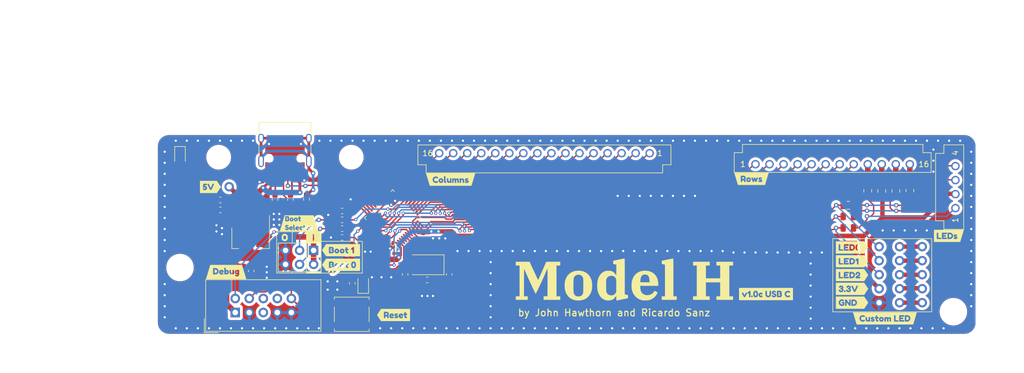
<source format=kicad_pcb>
(kicad_pcb (version 20211014) (generator pcbnew)
  (title_block (title "Model H") (date "2020-04-26") (rev "v0.1"))
  (layers (0 "F.Cu" signal) (31 "B.Cu" signal) (34 "B.Paste" user) (35 "F.Paste" user) (36 "B.SilkS" user "B.Silkscreen") (37 "F.SilkS" user "F.Silkscreen") (38 "B.Mask" user) (39 "F.Mask" user) (44 "Edge.Cuts" user))
  (net 0 "")
  (net 1 "GND")
  (net 2 "+5V")
  (net 3 "Net-(R5-Pad1)")
  (net 4 "Net-(LED1-Pad2)")
  (net 5 "+3V3")
  (net 6 "Net-(LED2-Pad2)")
  (net 7 "OSC8IN")
  (net 8 "OSC8OUT")
  (net 9 "nRST")
  (net 10 "col15")
  (net 11 "col14")
  (net 12 "col13")
  (net 13 "col12")
  (net 14 "col11")
  (net 15 "col10")
  (net 16 "col9")
  (net 17 "col8")
  (net 18 "col7")
  (net 19 "col6")
  (net 20 "col5")
  (net 21 "col4")
  (net 22 "col3")
  (net 23 "col2")
  (net 24 "col1")
  (net 25 "col0")
  (net 26 "row7")
  (net 27 "row6")
  (net 28 "row5")
  (net 29 "row4")
  (net 30 "row3")
  (net 31 "row2")
  (net 32 "row1")
  (net 33 "row0")
  (net 34 "SWCLK")
  (net 35 "SWDIO")
  (net 36 "STATUSLED")
  (net 37 "D+")
  (net 38 "D-")
  (net 39 "BOOT0")
  (net 40 "led0")
  (net 41 "led1")
  (net 42 "led2")
  (net 43 "BOOT1")
  (net 44 "Net-(custom_leds_B1-Pad1)")
  (net 49 "Net-(custom_leds_B1-Pad2)")
  (net 50 "Net-(custom_leds_B1-Pad3)")
  (net 51 "Net-(custom_leds_B1-Pad4)")
  (net 52 "Net-(custom_leds_B1-Pad5)")
  (net 53 "Net-(R3-Pad1)")
  (net 54 "Net-(R4-Pad1)")
  (net 58 "Net-(R11-Pad2)")
  (net 59 "Net-(R12-Pad1)")
  (net 60 "Net-(R13-Pad1)")
  (net 61 "Net-(R14-Pad1)")
  (net 62 "Net-(R15-Pad1)")
  (net 63 "Net-(LEDs1-Pad1)")
  (net 64 "Net-(LEDs1-Pad3)")
  (net 65 "Net-(LEDs1-Pad4)")
  (net 66 "Net-(boot_selector1-Pad3)")
  (footprint "MountingHole:MountingHole_3.5mm" (layer "F.Cu") (at 76.77 51.99)
    (fp_text reference "HOLE1" hide)
    (fp_text value "MountingHole_3.5mm" hide)
  )
  (footprint "MountingHole:MountingHole_3.5mm" (layer "F.Cu") (at 100.77 51.99)
    (fp_text reference "HOLE2" hide)
    (fp_text value "MountingHole_3.5mm" hide)
  )
  (footprint "MountingHole:MountingHole_4mm" (layer "F.Cu") (at 69.77 71.99)
    (fp_text reference "HOLE3" hide)
    (fp_text value "MountingHole_4mm" hide)
  )
  (footprint "MountingHole:MountingHole_4mm" (layer "F.Cu") (at 209.77 79.99)
    (fp_text reference "HOLE4" hide)
    (fp_text value "MountingHole_4mm" hide)
  )
  (footprint "Resistor_SMD:R_0603_1608Metric" (layer "F.Cu") (at 89.77 59.6775 -90)
    (fp_text reference "R3")
    (fp_text value "22")
  )
  (footprint "Capacitor_SMD:C_0603_1608Metric" (layer "F.Cu") (at 82.66 72.61 -90)
    (fp_text reference "C3")
    (fp_text value "10uF")
  )
  (footprint "Package_TO_SOT_SMD:SOT-223-3_TabPin2" (layer "F.Cu") (at 82.56 66.64 -90)
    (fp_text reference "U2")
    (fp_text value "AMS1117-3.3")
  )
  (footprint "Resistor_SMD:R_0603_1608Metric" (layer "F.Cu") (at 86.97 59.69 -90)
    (fp_text reference "R4")
    (fp_text value "22")
  )
  (footprint "Resistor_SMD:R_0603_1608Metric" (layer "F.Cu") (at 99.12 64.94)
    (fp_text reference "R5")
    (fp_text value "1.5k")
  )
  (footprint "Resistor_SMD:R_0603_1608Metric" (layer "F.Cu") (at 99.12 63.34 180)
    (fp_text reference "R10")
    (fp_text value "1.5k")
  )
  (footprint "Connector_IDC:IDC-Header_2x05_P2.54mm_Vertical" (layer "F.Cu") (at 79.77 80.14 90)
    (fp_text reference "Debug1")
    (fp_text value "Conn_02x05_Odd_Even")
  )
  (footprint "Capacitor_SMD:C_0603_1608Metric" (layer "F.Cu") (at 118.52 73.24 -90)
    (fp_text reference "C5")
    (fp_text value "20pF")
  )
  (footprint "Resistor_SMD:R_0603_1608Metric" (layer "F.Cu") (at 114.52 74.24 180)
    (fp_text reference "R6")
    (fp_text value "1M")
  )
  (footprint "Capacitor_SMD:C_0402_1005Metric" (layer "F.Cu") (at 101.87 60.84 90)
    (fp_text reference "C10")
    (fp_text value "100nF")
  )
  (footprint "Capacitor_SMD:C_0402_1005Metric" (layer "F.Cu") (at 108.02 69.44 180)
    (fp_text reference "C12")
    (fp_text value "100nF")
  )
  (footprint "Button_Switch_SMD:SW_SPST_EVPBF" (layer "F.Cu") (at 100.86 80.46 180)
    (fp_text reference "SW1")
    (fp_text value "SW_Push")
  )
  (footprint "Connector_PinHeader_2.54mm:PinHeader_2x03_P2.54mm_Vertical" (layer "F.Cu") (at 93.955 68.875 -90)
    (fp_text reference "boot_selector1")
    (fp_text value "Conn_02x03_Odd_Even")
  )
  (footprint "Capacitor_SMD:C_0402_1005Metric" (layer "F.Cu") (at 77.555 63.24 180)
    (fp_text reference "C2")
    (fp_text value "100nF")
  )
  (footprint "Capacitor_SMD:C_0402_1005Metric" (layer "F.Cu") (at 84.04 72.76 -90)
    (fp_text reference "C4")
    (fp_text value "100nF")
  )
  (footprint "Package_QFP:LQFP-48_7x7mm_P0.5mm" (layer "F.Cu") (at 108.27 62.99 135)
    (fp_text reference "U1")
    (fp_text value "GD32F103C8T6")
  )
  (footprint "Capacitor_SMD:C_0402_1005Metric" (layer "F.Cu") (at 105.87 69.44 180)
    (fp_text reference "C14")
    (fp_text value "100nF")
  )
  (footprint "Connector_PinSocket_2.54mm:PinSocket_1x05_P2.54mm_Vertical" (layer "F.Cu") (at 204.13 68.2)
    (fp_text reference "custom_leds_C1")
    (fp_text value "Conn_01x05" hide)
  )
  (footprint "Capacitor_SMD:C_0603_1608Metric" (layer "F.Cu") (at 110.52 73.24 -90)
    (fp_text reference "C6")
    (fp_text value "20pF")
  )
  (footprint "Connector_PinSocket_2.54mm:PinSocket_1x05_P2.54mm_Vertical" (layer "F.Cu") (at 200.03 68.2)
    (fp_text reference "custom_leds_B1")
    (fp_text value "Conn_01x05" hide)
  )
  (footprint "Connector_PinSocket_2.54mm:PinSocket_1x05_P2.54mm_Vertical" (layer "F.Cu") (at 196.33 68.2)
    (fp_text reference "custom_leds_A1")
    (fp_text value "Conn_01x05" hide)
  )
  (footprint "Crystal:Crystal_SMD_5032-2Pin_5.0x3.2mm" (layer "F.Cu") (at 114.52 71.49 180)
    (fp_text reference "Y1")
    (fp_text value "8MHz")
  )
  (footprint "LED_SMD:LED_0805_2012Metric" (layer "F.Cu") (at 102.94 74.98 90)
    (fp_text reference "LED2")
    (fp_text value "green")
  )
  (footprint "Resistor_SMD:R_0603_1608Metric" (layer "F.Cu") (at 100.96 74.84 -90)
    (fp_text reference "R2")
    (fp_text value "330")
  )
  (footprint "Resistor_SMD:R_0603_1608Metric" (layer "F.Cu") (at 99.12 66.54 180)
    (fp_text reference "R17")
    (fp_text value "100k")
  )
  (footprint "Resistor_SMD:R_0603_1608Metric" (layer "F.Cu") (at 99.12 61.74 180)
    (fp_text reference "R18")
    (fp_text value "100k")
  )
  (footprint "Capacitor_SMD:C_0402_1005Metric" (layer "F.Cu") (at 99.5 74.3 -90)
    (fp_text reference "C9")
    (fp_text value "100nF")
  )
  (footprint "Resistor_SMD:R_0805_2012Metric_Pad1.15x1.40mm_HandSolder" (layer "F.Cu") (at 196.81 58.1 -90)
    (fp_text reference "R13")
    (fp_text value "0")
  )
  (footprint "Resistor_SMD:R_0805_2012Metric_Pad1.15x1.40mm_HandSolder" (layer "F.Cu") (at 194.27 58.075 -90)
    (fp_text reference "R12")
    (fp_text value "0")
  )
  (footprint "Resistor_SMD:R_0805_2012Metric_Pad1.15x1.40mm_HandSolder" (layer "F.Cu") (at 201.89 58.045 -90)
    (fp_text reference "R15")
    (fp_text value "0")
  )
  (footprint "Resistor_SMD:R_0805_2012Metric_Pad1.15x1.40mm_HandSolder" (layer "F.Cu") (at 199.35 58.1 -90)
    (fp_text reference "R14")
    (fp_text value "0")
  )
  (footprint "Resistor_SMD:R_0805_2012Metric" (layer "F.Cu") (at 190.76 60.7 180)
    (fp_text reference "R7")
    (fp_text value "100")
  )
  (footprint "Resistor_SMD:R_0805_2012Metric" (layer "F.Cu") (at 190.76 62.73 180)
    (fp_text reference "R8")
    (fp_text value "100")
  )
  (footprint "Resistor_SMD:R_0805_2012Metric" (layer "F.Cu") (at 190.76 64.8 180)
    (fp_text reference "R9")
    (fp_text value "100")
  )
  (footprint "Capacitor_SMD:C_0402_1005Metric" (layer "F.Cu") (at 110.87 56.74)
    (fp_text reference "C13")
    (fp_text value "100nF")
  )
  (footprint "TestPoint:TestPoint_THTPad_D1.5mm_Drill0.7mm" (layer "F.Cu") (at 78.67 57.34)
    (fp_text reference "TP1")
    (fp_text value "TestPoint")
  )
  (footprint "Capacitor_SMD:C_0603_1608Metric" (layer "F.Cu") (at 77.0825 61.54 180)
    (fp_text reference "C1")
    (fp_text value "10uF")
  )
  (footprint "LED_SMD:LED_0805_2012Metric" (layer "F.Cu") (at 69.77 51.74 -90)
    (fp_text reference "LED1")
    (fp_text value "green")
  )
  (footprint "Resistor_SMD:R_0603_1608Metric" (layer "F.Cu") (at 77.07 59.74)
    (fp_text reference "R1")
    (fp_text value "330")
  )
  (footprint "modelh:modelh_logo" (layer "F.Cu") (at 150.2 74.2)
    (fp_text reference "MODELH_LOGO" hide)
    (fp_text value "LOGO" hide)
  )
  (footprint "Capacitor_SMD:C_0402_1005Metric" (layer "F.Cu") (at 113.8 66.3 -90)
    (fp_text reference "C11")
    (fp_text value "100nF")
  )
  (footprint "kibuzzard-61E84BB4" (layer "F.Cu") (at 98.92 68.84)
    (fp_text reference "kibuzzard-61E84BB4" hide)
    (fp_text value "G***" hide)
  )
  (footprint "kibuzzard-61E18CD3" (layer "F.Cu") (at 118.75755 56.0395)
    (fp_text reference "kibuzzard-61E18CD3" hide)
    (fp_text value "G***" hide)
  )
  (footprint "kibuzzard-61E67D4F" (layer "F.Cu") (at 108.42 80.59)
    (fp_text reference "kibuzzard-61E67D4F" hide)
    (fp_text value "G***" hide)
  )
  (footprint "kibuzzard-61E19345" (layer "F.Cu") (at 191.43 78.35)
    (fp_text reference "kibuzzard-61E19345" hide)
    (fp_text value "G***" hide)
  )
  (footprint "kibuzzard-61E19361" (layer "F.Cu") (at 191.43 68.35)
    (fp_text reference "kibuzzard-61E19361" hide)
    (fp_text value "G***" hide)
  )
  (footprint "footprints:CONN_5-520315-4_TYC" (layer "F.Cu") (at 210.1437 61.22 90)
    (fp_text reference "LEDs1" hide)
    (fp_text value "5-520315-4" hide)
  )
  (footprint "kibuzzard-61E84BBD" (layer "F.Cu") (at 98.92 71.49)
    (fp_text reference "kibuzzard-61E84BBD" hide)
    (fp_text value "G***" hide)
  )
  (footprint "kibuzzard-61E846DB" (layer "F.Cu") (at 93.93 66.53 90)
    (fp_text reference "kibuzzard-61E846DB" hide)
    (fp_text value "G***" hide)
  )
  (footprint "Connector_USB:USB_C_Receptacle_HRO_TYPE-C-31-M-12" (layer "F.Cu") (at 88.77 49.59 180)
    (fp_text reference "USB_C1")
    (fp_text value "TYPE-C-31-M-12")
  )
  (footprint "kibuzzard-61E1928B" (layer "F.Cu") (at 208.96 66.25)
    (fp_text reference "kibuzzard-61E1928B" hide)
    (fp_text value "G***" hide)
  )
  (footprint "kibuzzard-61E18CE3" (layer "F.Cu") (at 173.22 55.92)
    (fp_text reference "kibuzzard-61E18CE3" hide)
    (fp_text value "G***" hide)
  )
  (footprint "kibuzzard-61E19354" (layer "F.Cu") (at 191.43 73.35)
    (fp_text reference "kibuzzard-61E19354" hide)
    (fp_text value "G***" hide)
  )
  (footprint "kibuzzard-61E1917D" (layer "F.Cu") (at 78.12 72.81)
    (fp_text reference "kibuzzard-61E1917D" hide)
    (fp_text value "G***" hide)
  )
  (footprint "kibuzzard-61E1935A" (layer "F.Cu") (at 191.43 70.85)
    (fp_text reference "kibuzzard-61E1935A" hide)
    (fp_text value "G***" hide)
  )
  (footprint "Resistor_SMD:R_0603_1608Metric" (layer "F.Cu") (at 92.67 59.59 90)
    (fp_text reference "R11")
    (fp_text value "1M")
  )
  (footprint "kibuzzard-61E6F754" (layer "F.Cu") (at 175.85 76.79)
    (fp_text reference "kibuzzard-61E6F754" hide)
    (fp_text value "G***" hide)
  )
  (footprint "footprints:CONN_6-520315-2_TYC" (layer "F.Cu") (at 173.94755 53.2595)
    (fp_text reference "Rows1" hide)
    (fp_text value "6-520315-2" hide)
  )
  (footprint "kibuzzard-61E6F38C" (layer "F.Cu") (at 197.38 81.21)
    (fp_text reference "kibuzzard-61E6F38C" hide)
    (fp_text value "G***" hide)
  )
  (footprint "footprints:CONN_6-520315-6_TYC" (layer "F.Cu") (at 154.79 51.26 180)
    (fp_text reference "Columns1" hide)
    (fp_text value "6-520315-6" hide)
  )
  (footprint "kibuzzard-61E83ADE" (layer "F.Cu") (at 91.33 63.97)
    (fp_text reference "kibuzzard-61E83ADE" hide)
    (fp_text value "G***" hide)
  )
  (footprint "kibuzzard-61E1934D" (layer "F.Cu") (at 191.43 75.85)
    (fp_text reference "kibuzzard-61E1934D" hide)
    (fp_text value "G***" hide)
  )
  (footprint "kibuzzard-61E19404" (layer "F.Cu") (at 75.28 57.38)
    (fp_text reference "kibuzzard-61E19404" hide)
    (fp_text value "G***" hide)
  )
  (gr_rect (start 92.685 65.49) (end 95.285 72.99) (layer "F.SilkS") (width 0.12) (fill none))
  (gr_rect (start 187.94 66.75) (end 205.85 80.02) (layer "F.SilkS") (width 0.12) (fill none))
  (gr_rect (start 94.58 65.63) (end 95.28 67.41) (layer "F.SilkS") (width 0.12) (fill solid))
  (gr_rect (start 92.69 65.54) (end 95.28 65.8) (layer "F.SilkS") (width 0.12) (fill solid))
  (gr_rect (start 92.685 72.75) (end 95.285 72.99) (layer "F.SilkS") (width 0.12) (fill solid))
  (gr_line (start 90.09 72.75) (end 90.09 72.99) (layer "F.SilkS") (width 0.12))
  (gr_rect (start 92.685 67.3) (end 95.285 67.56) (layer "F.SilkS") (width 0.12) (fill solid))
  (gr_line (start 95.27 67.24) (end 102.77 67.24) (layer "F.SilkS") (width 0.12))
  (gr_rect (start 92.69 67.52) (end 93.37 65.53) (layer "F.SilkS") (width 0.12) (fill solid))
  (gr_line (start 87.27 65.49) (end 95.28 65.49) (layer "F.SilkS") (width 0.12))
  (gr_line (start 90.09 67.52) (end 90.09 65.54) (layer "F.SilkS") (width 0.12))
  (gr_line (start 102.77 67.24) (end 102.77 72.99) (layer "F.SilkS") (width 0.12))
  (gr_line (start 102.77 72.99) (end 87.27 72.99) (layer "F.SilkS") (width 0.12))
  (gr_line (start 95.28 65.49) (end 95.28 67.24) (layer "F.SilkS") (width 0.12))
  (gr_line (start 87.27 72.99) (end 87.27 65.49) (layer "F.SilkS") (width 0.12))
  (gr_line (start 64.77 81.99) (end 64.77 49.99) (layer "Edge.Cuts") (width 0.001))
  (gr_line (start 211.77 84.99) (end 67.77 84.99) (layer "Edge.Cuts") (width 0.001))
  (gr_line (start 67.77 46.99) (end 211.77 46.99) (layer "Edge.Cuts") (width 0.001))
  (gr_arc (start 64.77 49.99) (mid 65.64868 47.86868) (end 67.77 46.99) (layer "Edge.Cuts") (width 0.001))
  (gr_arc (start 211.77 46.99) (mid 213.89132 47.86868) (end 214.77 49.99) (layer "Edge.Cuts") (width 0.001))
  (gr_arc (start 214.77 81.99) (mid 213.89132 84.11132) (end 211.77 84.99) (layer "Edge.Cuts") (width 0.001))
  (gr_arc (start 67.77 84.99) (mid 65.64868 84.11132) (end 64.77 81.99) (layer "Edge.Cuts") (width 0.001))
  (gr_line (start 214.77 49.99) (end 214.77 81.99) (layer "Edge.Cuts") (width 0.001))
  (gr_text "by John Hawthorn and Ricardo Sanz" (at 130.84 80.18) (layer "F.SilkS") (effects (font (size 1.25 1.25) (thickness 0.2)) (justify left)))
  (gr_text "o" (at 88.73 66.36) (layer "F.SilkS") (effects (font (size 1.5 1.5) (thickness 0.3))))
  (segment (start 85.075 73.245) (end 85.47 72.85) (width 0.5) (layer "F.Cu") (net 1))
  (segment (start 100.65 59.62402) (end 101.38098 60.355) (width 0.5) (layer "F.Cu") (net 1))
  (segment (start 92.71 60.4775) (end 90.17 60.4775) (width 0.5) (layer "F.Cu") (net 1))
  (segment (start 114.57 75.74) (end 114.57 77.14) (width 0.5) (layer "F.Cu") (net 1))
  (segment (start 111.795 75.74) (end 114.57 75.74) (width 0.5) (layer "F.Cu") (net 1))
  (segment (start 101.38098 60.355) (end 101.87 60.355) (width 0.5) (layer "F.Cu") (net 1))
  (segment (start 111.355 56.758232) (end 111.355 56.74) (width 0.25) (layer "F.Cu") (net 1))
  (segment (start 92.02 55.94) (end 92.02 53.635) (width 0.5) (layer "F.Cu") (net 1))
  (segment (start 109.622342 58.455678) (end 108.7 59.37802) (width 0.25) (layer "F.Cu") (net 1))
  (segment (start 107.535 69.49) (end 107.535 68.79999) (width 0.5) (layer "F.Cu") (net 1))
  (segment (start 86.3225 60.4975) (end 84.86 61.96) (width 0.5) (layer "F.Cu") (net 1))
  (segment (start 96.6 62.45) (end 97.31 61.74) (width 0.8) (layer "F.Cu") (net 1))
  (segment (start 85.905 71.415) (end 88.875 71.415) (width 1) (layer "F.Cu") (net 1))
  (segment (start 85.47 71.85) (end 85.905 71.415) (width 1) (layer "F.Cu") (net 1))
  (segment (start 84.17 56.49) (end 84.77 56.49) (width 0.5) (layer "F.Cu") (net 1))
  (segment (start 108.7 59.37802) (end 108.7 59.900004) (width 0.25) (layer "F.Cu") (net 1))
  (segment (start 86.3225 60.4775) (end 86.3225 60.4975) (width 0.5) (layer "F.Cu") (net 1))
  (segment (start 118.52 74.465) (end 117.245 75.74) (width 0.5) (layer "F.Cu") (net 1))
  (segment (start 83.2725 73.3975) (end 83.425 73.245) (width 0.5) (layer "F.Cu") (net 1))
  (segment (start 82.66 73.3975) (end 83.2725 73.3975) (width 0.5) (layer "F.Cu") (net 1))
  (segment (start 118.52 74.0275) (end 118.52 74.465) (width 0.5) (layer "F.Cu") (net 1))
  (segment (start 77.07 63.24) (end 77.07 63.64) (width 0.5) (layer "F.Cu") (net 1))
  (segment (start 84.86 61.96) (end 84.86 63.78) (width 0.5) (layer "F.Cu") (net 1))
  (segment (start 97.31 61.74) (end 98.3325 61.74) (width 0.8) (layer "F.Cu") (net 1))
  (segment (start 113.12566 66.785) (end 113.8 66.785) (width 0.25) (layer "F.Cu") (net 1))
  (segment (start 105.385 69.05698) (end 105.385 69.24) (width 0.25) (layer "F.Cu") (net 1))
  (segment (start 111.743662 65.403002) (end 113.12566 66.785) (width 0.25) (layer "F.Cu") (net 1))
  (segment (start 110.52 74.465) (end 111.795 75.74) (width 0.5) (layer "F.Cu") (net 1))
  (segment (start 92.27 56.19) (end 92.02 55.94) (width 0.5) (layer "F.Cu") (net 1))
  (segment (start 106.917658 67.524322) (end 105.385 69.05698) (width 0.25) (layer "F.Cu") (net 1))
  (segment (start 83.425 73.245) (end 84.04 73.245) (width 0.5) (layer "F.Cu") (net 1))
  (segment (start 109.657554 58.455678) (end 111.355 56.758232) (width 0.25) (layer "F.Cu") (net 1))
  (segment (start 103.735678 61.637658) (end 102.45302 60.355) (width 0.25) (layer "F.Cu") (net 1))
  (segment (start 102.45302 60.355) (end 101.87 60.355) (width 0.25) (layer "F.Cu") (net 1))
  (segment (start 109.622342 58.455678) (end 109.657554 58.455678) (width 0.25) (layer "F.Cu") (net 1))
  (segment (start 110.52 74.0275) (end 110.52 74.465) (width 0.5) (layer "F.Cu") (net 1))
  (segment (start 85.52 55.74) (end 85.52 53.635) (width 0.5) (layer "F.Cu") (net 1))
  (segment (start 87.07 60.4775) (end 90.17 60.4775) (width 0.5) (layer "F.Cu") (net 1))
  (segment (start 107.535 68.79999) (end 107.79499 68.54) (width 0.5) (layer "F.Cu") (net 1))
  (segment (start 114.57 75.74) (end 117.245 75.74) (width 0.5) (layer "F.Cu") (net 1))
  (segment (start 76.295 64.265) (end 76.37 64.34) (width 0.5) (layer "F.Cu") (net 1))
  (segment (start 97.1 66.54) (end 98.3325 66.54) (width 0.8) (layer "F.Cu") (net 1))
  (segment (start 86.97 60.4775) (end 86.3225 60.4775) (width 0.5) (layer "F.Cu") (net 1))
  (segment (start 84.77 56.49) (end 85.52 55.74) (width 0.5) (layer "F.Cu") (net 1))
  (segment (start 84.04 73.245) (end 85.075 73.245) (width 0.5) (layer "F.Cu") (net 1))
  (segment (start 77.07 63.64) (end 76.37 64.34) (width 0.5) (layer "F.Cu") (net 1))
  (segment (start 88.875 68.875) (end 88.875 71.415) (width 1) (layer "F.Cu") (net 1))
  (segment (start 76.295 61.54) (end 76.295 64.265) (width 0.5) (layer "F.Cu") (net 1))
  (via (at 138 69) (size 0.8) (drill 0.4) (layers "F.Cu" "B.Cu") (net 1))
  (via (at 136 69) (size 0.8) (drill 0.4) (layers "F.Cu" "B.Cu") (net 1))
  (via (at 134 69) (size 0.8) (drill 0.4) (layers "F.Cu" "B.Cu") (net 1))
  (via (at 130 69) (size 0.8) (drill 0.4) (layers "F.Cu" "B.Cu") (net 1))
  (via (at 132 69) (size 0.8) (drill 0.4) (layers "F.Cu" "B.Cu") (net 1))
  (via (at 148 69) (size 0.8) (drill 0.4) (layers "F.Cu" "B.Cu") (net 1))
  (via (at 146 69) (size 0.8) (drill 0.4) (layers "F.Cu" "B.Cu") (net 1))
  (via (at 150 69) (size 0.8) (drill 0.4) (layers "F.Cu" "B.Cu") (net 1))
  (via (at 158 69) (size 0.8) (drill 0.4) (layers "F.Cu" "B.Cu") (net 1))
  (via (at 156 69) (size 0.8) (drill 0.4) (layers "F.Cu" "B.Cu") (net 1))
  (via (at 152 69) (size 0.8) (drill 0.4) (layers "F.Cu" "B.Cu") (net 1))
  (via (at 154 69) (size 0.8) (drill 0.4) (layers "F.Cu" "B.Cu") (net 1))
  (via (at 144 69) (size 0.8) (drill 0.4) (layers "F.Cu" "B.Cu") (net 1))
  (via (at 140 69) (size 0.8) (drill 0.4) (layers "F.Cu" "B.Cu") (net 1))
  (via (at 142 69) (size 0.8) (drill 0.4) (layers "F.Cu" "B.Cu") (net 1))
  (via (at 177.96 69.26) (size 0.8) (drill 0.4) (layers "F.Cu" "B.Cu") (net 1))
  (via (at 169.96 69.26) (size 0.8) (drill 0.4) (layers "F.Cu" "B.Cu") (net 1))
  (via (at 175.96 69.26) (size 0.8) (drill 0.4) (layers "F.Cu" "B.Cu") (net 1))
  (via (at 164 69) (size 0.8) (drill 0.4) (layers "F.Cu" "B.Cu") (net 1))
  (via (at 171.96 69.26) (size 0.8) (drill 0.4) (layers "F.Cu" "B.Cu") (net 1))
  (via (at 173.96 69.26) (size 0.8) (drill 0.4) (layers "F.Cu" "B.Cu") (net 1))
  (via (at 166 69) (size 0.8) (drill 0.4) (layers "F.Cu" "B.Cu") (net 1))
  (via (at 168 69) (size 0.8) (drill 0.4) (layers "F.Cu" "B.Cu") (net 1))
  (via (at 162 69) (size 0.8) (drill 0.4) (layers "F.Cu" "B.Cu") (net 1))
  (via (at 160 69) (size 0.8) (drill 0.4) (layers "F.Cu" "B.Cu") (net 1))
  (via (at 148 83) (size 0.8) (drill 0.4) (layers "F.Cu" "B.Cu") (net 1))
  (via (at 170 83) (size 0.8) (drill 0.4) (layers "F.Cu" "B.Cu") (net 1))
  (via (at 154 83) (size 0.8) (drill 0.4) (layers "F.Cu" "B.Cu") (net 1))
  (via (at 168 83) (size 0.8) (drill 0.4) (layers "F.Cu" "B.Cu") (net 1))
  (via (at 156 83) (size 0.8) (drill 0.4) (layers "F.Cu" "B.Cu") (net 1))
  (via (at 116 83) (size 0.8) (drill 0.4) (layers "F.Cu" "B.Cu") (net 1))
  (via (at 162 83) (size 0.8) (drill 0.4) (layers "F.Cu" "B.Cu") (net 1))
  (via (at 166 83) (size 0.8) (drill 0.4) (layers "F.Cu" "B.Cu") (net 1))
  (via (at 160 83) (size 0.8) (drill 0.4) (layers "F.Cu" "B.Cu") (net 1))
  (via (at 114 83) (size 0.8) (drill 0.4) (layers "F.Cu" "B.Cu") (net 1))
  (via (at 152 83) (size 0.8) (drill 0.4) (layers "F.Cu" "B.Cu") (net 1))
  (via (at 150 83) (size 0.8) (drill 0.4) (layers "F.Cu" "B.Cu") (net 1))
  (via (at 164 83) (size 0.8) (drill 0.4) (layers "F.Cu" "B.Cu") (net 1))
  (via (at 158 83) (size 0.8) (drill 0.4) (layers "F.Cu" "B.Cu") (net 1))
  (via (at 172 83) (size 0.8) (drill 0.4) (layers "F.Cu" "B.Cu") (net 1))
  (via (at 118 83) (size 0.8) (drill 0.4) (layers "F.Cu" "B.Cu") (net 1))
  (via (at 146 83) (size 0.8) (drill 0.4) (layers "F.Cu" "B.Cu") (net 1))
  (via (at 138 83) (size 0.8) (drill 0.4) (layers "F.Cu" "B.Cu") (net 1))
  (via (at 144 83) (size 0.8) (drill 0.4) (layers "F.Cu" "B.Cu") (net 1))
  (via (at 132 83) (size 0.8) (drill 0.4) (layers "F.Cu" "B.Cu") (net 1))
  (via (at 140 83) (size 0.8) (drill 0.4) (layers "F.Cu" "B.Cu") (net 1))
  (via (at 126 83) (size 0.8) (drill 0.4) (layers "F.Cu" "B.Cu") (net 1))
  (via (at 142 83) (size 0.8) (drill 0.4) (layers "F.Cu" "B.Cu") (net 1))
  (via (at 174 83) (size 0.8) (drill 0.4) (layers "F.Cu" "B.Cu") (net 1))
  (via (at 134 83) (size 0.8) (drill 0.4) (layers "F.Cu" "B.Cu") (net 1))
  (via (at 124 83) (size 0.8) (drill 0.4) (layers "F.Cu" "B.Cu") (net 1))
  (via (at 120 83) (size 0.8) (drill 0.4) (layers "F.Cu" "B.Cu") (net 1))
  (via (at 122 83) (size 0.8) (drill 0.4) (layers "F.Cu" "B.Cu") (net 1))
  (via (at 136 83) (size 0.8) (drill 0.4) (layers "F.Cu" "B.Cu") (net 1))
  (via (at 130 83) (size 0.8) (drill 0.4) (layers "F.Cu" "B.Cu") (net 1))
  (via (at 128 83) (size 0.8) (drill 0.4) (layers "F.Cu" "B.Cu") (net 1))
  (via (at 112 83) (size 0.8) (drill 0.4) (layers "F.Cu" "B.Cu") (net 1))
  (via (at 176 83) (size 0.8) (drill 0.4) (layers "F.Cu" "B.Cu") (net 1))
  (via (at 108 83) (size 0.8) (drill 0.4) (layers "F.Cu" "B.Cu") (net 1))
  (via (at 110 83) (size 0.8) (drill 0.4) (layers "F.Cu" "B.Cu") (net 1))
  (via (at 178 83) (size 0.8) (drill 0.4) (layers "F.Cu" "B.Cu") (net 1))
  (via (at 182 83) (size 0.8) (drill 0.4) (layers "F.Cu" "B.Cu") (net 1))
  (via (at 186 83) (size 0.8) (drill 0.4) (layers "F.Cu" "B.Cu") (net 1))
  (via (at 190 83) (size 0.8) (drill 0.4) (layers "F.Cu" "B.Cu") (net 1))
  (via (at 184 83) (size 0.8) (drill 0.4) (layers "F.Cu" "B.Cu") (net 1))
  (via (at 194 83) (size 0.8) (drill 0.4) (layers "F.Cu" "B.Cu") (net 1))
  (via (at 192 83) (size 0.8) (drill 0.4) (layers "F.Cu" "B.Cu") (net 1))
  (via (at 188 83) (size 0.8) (drill 0.4) (layers "F.Cu" "B.Cu") (net 1))
  (via (at 180 83) (size 0.8) (drill 0.4) (layers "F.Cu" "B.Cu") (net 1))
  (via (at 211 49) (size 0.8) (drill 0.4) (layers "F.Cu" "B.Cu") (net 1))
  (via (at 199 49) (size 0.8) (drill 0.4) (layers "F.Cu" "B.Cu") (net 1))
  (via (at 207 49) (size 0.8) (drill 0.4) (layers "F.Cu" "B.Cu") (net 1))
  (via (at 203 49) (size 0.8) (drill 0.4) (layers "F.Cu" "B.Cu") (net 1))
  (via (at 209 49) (size 0.8) (drill 0.4) (layers "F.Cu" "B.Cu") (net 1))
  (via (at 205 49) (size 0.8) (drill 0.4) (layers "F.Cu" "B.Cu") (net 1))
  (via (at 201 49) (size 0.8) (drill 0.4) (layers "F.Cu" "B.Cu") (net 1))
  (via (at 195 49) (size 0.8) (drill 0.4) (layers "F.Cu" "B.Cu") (net 1))
  (via (at 193 49) (size 0.8) (drill 0.4) (layers "F.Cu" "B.Cu") (net 1))
  (via (at 197 49) (size 0.8) (drill 0.4) (layers "F.Cu" "B.Cu") (net 1))
  (via (at 181 49) (size 0.8) (drill 0.4) (layers "F.Cu" "B.Cu") (net 1))
  (via (at 177 49) (size 0.8) (drill 0.4) (layers "F.Cu" "B.Cu") (net 1))
  (via (at 185 49) (size 0.8) (drill 0.4) (layers "F.Cu" "B.Cu") (net 1))
  (via (at 183 49) (size 0.8) (drill 0.4) (layers "F.Cu" "B.Cu") (net 1))
  (via (at 187 49) (size 0.8) (drill 0.4) (layers "F.Cu" "B.Cu") (net 1))
  (via (at 179 49) (size 0.8) (drill 0.4) (layers "F.Cu" "B.Cu") (net 1))
  (via (at 191 49) (size 0.8) (drill 0.4) (layers "F.Cu" "B.Cu") (net 1))
  (via (at 175 49) (size 0.8) (drill 0.4) (layers "F.Cu" "B.Cu") (net 1))
  (via (at 189 49) (size 0.8) (drill 0.4) (layers "F.Cu" "B.Cu") (net 1))
  (via (at 173 49) (size 0.8) (drill 0.4) (layers "F.Cu" "B.Cu") (net 1))
  (via (at 171 49) (size 0.8) (drill 0.4) (layers "F.Cu" "B.Cu") (net 1))
  (via (at 167 49) (size 0.8) (drill 0.4) (layers "F.Cu" "B.Cu") (net 1))
  (via (at 163 49) (size 0.8) (drill 0.4) (layers "F.Cu" "B.Cu") (net 1))
  (via (at 159 49) (size 0.8) (drill 0.4) (layers "F.Cu" "B.Cu") (net 1))
  (via (at 153 49) (size 0.8) (drill 0.4) (layers "F.Cu" "B.Cu") (net 1))
  (via (at 161 49) (size 0.8) (drill 0.4) (layers "F.Cu" "B.Cu") (net 1))
  (via (at 155 49) (size 0.8) (drill 0.4) (layers "F.Cu" "B.Cu") (net 1))
  (via (at 157 49) (size 0.8) (drill 0.4) (layers "F.Cu" "B.Cu") (net 1))
  (via (at 169 49) (size 0.8) (drill 0.4) (layers "F.Cu" "B.Cu") (net 1))
  (via (at 165 49) (size 0.8) (drill 0.4) (layers "F.Cu" "B.Cu") (net 1))
  (via (at 143 49) (size 0.8) (drill 0.4) (layers "F.Cu" "B.Cu") (net 1))
  (via (at 151 49) (size 0.8) (drill 0.4) (layers "F.Cu" "B.Cu") (net 1))
  (via (at 133 49) (size 0.8) (drill 0.4) (layers "F.Cu" "B.Cu") (net 1))
  (via (at 145 49) (size 0.8) (drill 0.4) (layers "F.Cu" "B.Cu") (net 1))
  (via (at 139 49) (size 0.8) (drill 0.4) (layers "F.Cu" "B.Cu") (net 1))
  (via (at 149 49) (size 0.8) (drill 0.4) (layers "F.Cu" "B.Cu") (net 1))
  (via (at 141 49) (size 0.8) (drill 0.4) (layers "F.Cu" "B.Cu") (net 1))
  (via (at 135 49) (size 0.8) (drill 0.4) (layers "F.Cu" "B.Cu") (net 1))
  (via (at 147 49) (size 0.8) (drill 0.4) (layers "F.Cu" "B.Cu") (net 1))
  (via (at 137 49) (size 0.8) (drill 0.4) (layers "F.Cu" "B.Cu") (net 1))
  (via (at 113 49) (size 0.8) (drill 0.4) (layers "F.Cu" "B.Cu") (net 1))
  (via (at 131 49) (size 0.8) (drill 0.4) (layers "F.Cu" "B.Cu") (net 1))
  (via (at 115 49) (size 0.8) (drill 0.4) (layers "F.Cu" "B.Cu") (net 1))
  (via (at 123 49) (size 0.8) (drill 0.4) (layers "F.Cu" "B.Cu") (net 1))
  (via (at 117 49) (size 0.8) (drill 0.4) (layers "F.Cu" "B.Cu") (net 1))
  (via (at 127 49) (size 0.8) (drill 0.4) (layers "F.Cu" "B.Cu") (net 1))
  (via (at 121 49) (size 0.8) (drill 0.4) (layers "F.Cu" "B.Cu") (net 1))
  (via (at 129 49) (size 0.8) (drill 0.4) (layers "F.Cu" "B.Cu") (net 1))
  (via (at 119 49) (size 0.8) (drill 0.4) (layers "F.Cu" "B.Cu") (net 1))
  (via (at 125 49) (size 0.8) (drill 0.4) (layers "F.Cu" "B.Cu") (net 1))
  (via (at 67 81) (size 0.8) (drill 0.4) (layers "F.Cu" "B.Cu") (net 1))
  (via (at 67 79) (size 0.8) (drill 0.4) (layers "F.Cu" "B.Cu") (net 1))
  (via (at 89 83) (size 0.8) (drill 0.4) (layers "F.Cu" "B.Cu") (net 1))
  (via (at 179.96 69.26) (size 0.8) (drill 0.4) (layers "F.Cu" "B.Cu") (net 1))
  (via (at 87.75 64.27) (size 0.8) (drill 0.4) (layers "F.Cu" "B.Cu") (net 1))
  (via (at 95 49) (size 0.8) (drill 0.4) (layers "F.Cu" "B.Cu") (net 1))
  (via (at 67 77) (size 0.8) (drill 0.4) (layers "F.Cu" "B.Cu") (net 1))
  (via (at 67 61) (size 0.8) (drill 0.4) (layers "F.Cu" "B.Cu") (net 1))
  (via (at 183.93 81.26) (size 0.8) (drill 0.4) (layers "F.Cu" "B.Cu") (net 1))
  (via (at 71 83) (size 0.8) (drill 0.4) (layers "F.Cu" "B.Cu") (net 1))
  (via (at 77 49) (size 0.8) (drill 0.4) (layers "F.Cu" "B.Cu") (net 1))
  (via (at 83 49) (size 0.8) (drill 0.4) (layers "F.Cu" "B.Cu") (net 1))
  (via (at 185.96 69.26) (size 0.8) (drill 0.4) (layers "F.Cu" "B.Cu") (net 1))
  (via (at 86.75 64.27) (size 0.8) (drill 0.4) (layers "F.Cu" "B.Cu") (net 1))
  (via (at 103.27 69.11001) (size 0.8) (drill 0.4) (layers "F.Cu" "B.Cu") (net 1))
  (via (at 206.16 52.61) (size 0.8) (drill 0.4) (layers "F.Cu" "B.Cu") (net 1))
  (via (at 151 59) (size 0.8) (drill 0.4) (layers "F.Cu" "B.Cu") (net 1))
  (via (at 122 69) (size 0.8) (drill 0.4) (layers "F.Cu" "B.Cu") (net 1))
  (via (at 67 55) (size 0.8) (drill 0.4) (layers "F.Cu" "B.Cu") (net 1))
  (via (at 128 69) (size 0.8) (drill 0.4) (layers "F.Cu" "B.Cu") (net 1))
  (via (at 200.96 65.26) (size 0.8) (drill 0.4) (layers "F.Cu" "B.Cu") (net 1))
  (via (at 71 49) (size 0.8) (drill 0.4) (layers "F.Cu" "B.Cu") (net 1))
  (via (at 198 83) (size 0.8) (drill 0.4) (layers "F.Cu" "B.Cu") (net 1))
  (via (at 157 59) (size 0.8) (drill 0.4) (layers "F.Cu" "B.Cu") (net 1))
  (via (at 213 71) (size 0.8) (drill 0.4) (layers "F.Cu" "B.Cu") (net 1))
  (via (at 213 59) (size 0.8) (drill 0.4) (layers "F.Cu" "B.Cu") (net 1))
  (via (at 117.8 66.7) (size 0.8) (drill 0.4) (layers "F.Cu" "B.Cu") (net 1))
  (via (at 67 75) (size 0.8) (drill 0.4) (layers "F.Cu" "B.Cu") (net 1))
  (via (at 213 79) (size 0.8) (drill 0.4) (layers "F.Cu" "B.Cu") (net 1))
  (via (at 81 49) (size 0.8) (drill 0.4) (layers "F.Cu" "B.Cu") (net 1))
  (via (at 213 73) (size 0.8) (drill 0.4) (layers "F.Cu" "B.Cu") (net 1))
  (via (at 97 49) (size 0.8) (drill 0.4) (layers "F.Cu" "B.Cu") (net 1))
  (via (at 213 63) (size 0.8) (drill 0.4) (layers "F.Cu" "B.Cu") (net 1))
  (via (at 85.47 73.85) (size 0.8) (drill 0.4) (layers "F.Cu" "B.Cu") (net 1))
  (via (at 85.47 72.85) (size 0.8) (drill 0.4) (layers "F.Cu" "B.Cu") (net 1))
  (via (at 87.75 63.27) (size 0.8) (drill 0.4) (layers "F.Cu" "B.Cu") (net 1))
  (via (at 98.25 76) (size 0.8) (drill 0.4) (layers "F.Cu" "B.Cu") (net 1))
  (via (at 86.75 63.27) (size 0.8) (drill 0.4) (layers "F.Cu" "B.Cu") (net 1))
  (via (at 67 65) (size 0.8) (drill 0.4) (layers "F.Cu" "B.Cu") (net 1))
  (via (at 98.25 74.5) (size 0.8) (drill 0.4) (layers "F.Cu" "B.Cu") (net 1))
  (via (at 67 67) (size 0.8) (drill 0.4) (layers "F.Cu" "B.Cu") (net 1))
  (via (at 67 69) (size 0.8) (drill 0.4) (layers "F.Cu" "B.Cu") (net 1))
  (via (at 115.57 77.14) (size 0.8) (drill 0.4) (layers "F.Cu" "B.Cu") (net 1))
  (via (at 213 57) (size 0.8) (drill 0.4) (layers "F.Cu" "B.Cu") (net 1))
  (via (at 109 49) (size 0.8) (drill 0.4) (layers "F.Cu" "B.Cu") (net 1))
  (via (at 124 69) (size 0.8) (drill 0.4) (layers "F.Cu" "B.Cu") (net 1))
  (via (at 196 83) (size 0.8) (drill 0.4) (layers "F.Cu" "B.Cu") (net 1))
  (via (at 81 83) (size 0.8) (drill 0.4) (layers "F.Cu" "B.Cu") (net 1))
  (via (at 213 65) (size 0.8) (drill 0.4) (layers "F.Cu" "B.Cu") (net 1))
  (via (at 202.96 65.26) (size 0.8) (drill 0.4) (layers "F.Cu" "B.Cu") (net 1))
  (via (at 100.65 59.62402) (size 0.8) (drill 0.4) (layers "F.Cu" "B.Cu") (net 1))
  (via (at 120 69) (size 0.8) (drill 0.4) (layers "F.Cu" "B.Cu") (net 1))
  (via (at 107.79499 68.54) (size 0.8) (drill 0.4) (layers "F.Cu" "B.Cu") (net 1))
  (via (at 126 81) (size 0.8) (drill 0.4) (layers "F.Cu" "B.Cu") (net 1))
  (via (at 79 49) (size 0.8) (drill 0.4) (layers "F.Cu" "B.Cu") (net 1))
  (via (at 126 79) (size 0.8) (drill 0.4) (layers "F.Cu" "B.Cu") (net 1))
  (via (at 108.7 59.900004) (size 0.8) (drill 0.4) (layers "F.Cu" "B.Cu") (net 1))
  (via (at 67 51) (size 0.8) (drill 0.4) (layers "F.Cu" "B.Cu") (net 1))
  (via (at 79 83) (size 0.8) (drill 0.4) (layers "F.Cu" "B.Cu") (net 1))
  (via (at 213 69) (size 0.8) (drill 0.4) (layers "F.Cu" "B.Cu") (net 1))
  (via (at 126 75) (size 0.8) (drill 0.4) (layers "F.Cu" "B.Cu") (net 1))
  (via (at 96.5 74.5) (size 0.8) (drill 0.4) (layers "F.Cu" "B.Cu") (net 1))
  (via (at 213 53) (size 0.8) (drill 0.4) (layers "F.Cu" "B.Cu") (net 1))
  (via (at 83 83) (size 0.8) (drill 0.4) (layers "F.Cu" "B.Cu") (net 1))
  (via (at 103 49) (size 0.8) (drill 0.4) (layers "F.Cu" "B.Cu") (net 1))
  (via (at 206.16 54.61) (size 0.8) (drill 0.4) (layers "F.Cu" "B.Cu") (net 1))
  (via (at 108 73.75) (size 0.8) (drill 0.4) (layers "F.Cu" "B.Cu") (net 1))
  (via (at 126 73) (size 0.8) (drill 0.4) (layers "F.Cu" "B.Cu") (net 1))
  (via (at 208 83) (size 0.8) (drill 0.4) (layers "F.Cu" "B.Cu") (net 1))
  (via (at 213 61) (size 0.8) (drill 0.4) (layers "F.Cu" "B.Cu") (net 1))
  (via (at 202 83) (size 0.8) (drill 0.4) (layers "F.Cu" "B.Cu") (net 1))
  (via (at 116.7 66.7) (size 0.8) (drill 0.4) (layers "F.Cu" "B.Cu") (net 1))
  (via (at 114.57 77.14) (size 0.8) (drill 0.4) (layers "F.Cu" "B.Cu") (net 1))
  (via (at 84.17 56.49) (size 0.8) (drill 0.4) (layers "F.Cu" "B.Cu") (net 1))
  (via (at 92.27 56.19) (size 0.8) (drill 0.4) (layers "F.Cu" "B.Cu") (net 1))
  (via (at 96.6 62.45) (size 0.8) (drill 0.4) (layers "F.Cu" "B.Cu") (net 1))
  (via (at 106 83) (size 0.8) (drill 0.4) (layers "F.Cu" "B.Cu") (net 1))
  (via (at 213 77) (size 0.8) (drill 0.4) (layers "F.Cu" "B.Cu") (net 1))
  (via (at 161 59) (size 0.8) (drill 0.4) (layers "F.Cu" "B.Cu") (net 1))
  (via (at 85 83) (size 0.8) (drill 0.4) (layers "F.Cu" "B.Cu") (net 1))
  (via (at 196.96 65.26) (size 0.8) (drill 0.4) (layers "F.Cu" "B.Cu") (net 1))
  (via (at 213 55) (size 0.8) (drill 0.4) (layers "F.Cu" "B.Cu") (net 1))
  (via (at 107 49) (size 0.8) (drill 0.4) (layers "F.Cu" "B.Cu") (net 1))
  (via (at 87.75 62.27) (size 0.8) (drill 0.4) (layers "F.Cu" "B.Cu") (net 1))
  (via (at 77.37 65.94) (size 0.8) (drill 0.4) (layers "F.Cu" "B.Cu") (net 1))
  (via (at 183.93 71.26) (size 0.8) (drill 0.4) (layers "F.Cu" "B.Cu") (net 1))
  (via (at 149 59) (size 0.8) (drill 0.4) (layers "F.Cu" "B.Cu") (net 1))
  (via (at 155 59) (size 0.8) (drill 0.4) (layers "F.Cu" "B.Cu") (net 1))
  (via (at 159 59) (size 0.8) (drill 0.4) (layers "F.Cu" "B.Cu") (net 1))
  (via (at 183.93 73.26) (size 0.8) (drill 0.4) (layers "F.Cu" "B.Cu") (net 1))
  (via (at 115.57 66.69) (size 0.8) (drill 0.4) (layers "F.Cu" "B.Cu") (net 1))
  (via (at 67 57) (size 0.8) (drill 0.4) (layers "F.Cu" "B.Cu") (net 1))
  (via (at 181.96 69.26) (size 0.8) (drill 0.4) (layers "F.Cu" "B.Cu") (net 1))
  (via (at 183.96 69.26) (size 0.8) (drill 0.4) (layers "F.Cu" "B.Cu") (net 1))
  (via (at 75 49) (size 0.8) (drill 0.4) (layers "F.Cu" "B.Cu") (net 1))
  (via (at 86.75 62.27) (size 0.8) (drill 0.4) (layers "F.Cu" "B.Cu") (net 1))
  (via (at 85.87 49.59) (size 0.8) (drill 0.4) (layers "F.Cu" "B.Cu") (net 1))
  (via (at 126 71) (size 0.8) (drill 0.4) (layers "F.Cu" "B.Cu") (net 1))
  (via (at 126 69) (size 0.8) (drill 0.4) (layers "F.Cu" "B.Cu") (net 1))
  (via (at 101 49) (size 0.8) (drill 0.4) (layers "F.Cu" "B.Cu") (net 1))
  (via (at 111 49) (size 0.8) (drill 0.4) (layers "F.Cu" "B.Cu") (net 1))
  (via (at 67 53) (size 0.8) (drill 0.4) (layers "F.Cu" "B.Cu") (net 1))
  (via (at 96.5 76) (size 0.8) (drill 0.4) (layers "F.Cu" "B.Cu") (net 1))
  (via (at 76.37 64.34) (size 0.8) (drill 0.4) (layers "F.Cu" "B.Cu") (net 1))
  (via (at 97.1 66.54) (size 0.8) (drill 0.4) (layers "F.Cu" "B.Cu") (net 1))
  (via (at 85.47 71.85) (size 0.8) (drill 0.4) (layers "F.Cu" "B.Cu") (net 1))
  (via (at 213 67) (size 0.8) (drill 0.4) (layers "F.Cu" "B.Cu") (net 1))
  (via (at 198.96 65.26) (size 0.8) (drill 0.4) (layers "F.Cu" "B.Cu") (net 1))
  (via (at 91 83) (size 0.8) (drill 0.4) (layers "F.Cu" "B.Cu") (net 1))
  (via (at 73 83) (size 0.8) (drill 0.4) (layers "F.Cu" "B.Cu") (net 1))
  (via (at 87 83) (size 0.8) (drill 0.4) (layers "F.Cu" "B.Cu") (net 1))
  (via (at 206 83) (size 0.8) (drill 0.4) (layers "F.Cu" "B.Cu") (net 1))
  (via (at 126 77) (size 0.8) (drill 0.4) (layers "F.Cu" "B.Cu") (net 1))
  (via (at 75.01 83) (size 0.8) (drill 0.4) (layers "F.Cu" "B.Cu") (net 1))
  (via (at 183.93 75.26) (size 0.8) (drill 0.4) (layers "F.Cu" "B.Cu") (net 1))
  (via (at 76.37 65.44) (size 0.8) (drill 0.4) (layers "F.Cu" "B.Cu") (net 1))
  (via (at 204.96 65.26) (size 0.8) (drill 0.4) (layers "F.Cu" "B.Cu") (net 1))
  (via (at 77 83) (size 0.8) (drill 0.4) (layers "F.Cu" "B.Cu") (net 1))
  (via (at 183.93 77.26) (size 0.8) (drill 0.4) (layers "F.Cu" "B.Cu") (net 1))
  (via (at 104.27 69.11001) (size 0.8) (drill 0.4) (layers "F.Cu" "B.Cu") (net 1))
  (via (at 69 83) (size 0.8) (drill 0.4) (layers "F.Cu" "B.Cu") (net 1))
  (via (at 99 49) (size 0.8) (drill 0.4) (layers "F.Cu" "B.Cu") (net 1))
  (via (at 200 83) (size 0.8) (drill 0.4) (layers "F.Cu" "B.Cu") (net 1))
  (via (at 204 83) (size 0.8) (drill 0.4) (layers "F.Cu" "B.Cu") (net 1))
  (via (at 77.37 64.84) (size 0.8) (drill 0.4) (layers "F.Cu" "B.Cu") (net 1))
  (via (at 213 51) (size 0.8) (drill 0.4) (layers "F.Cu" "B.Cu") (net 1))
  (via (at 67 59) (size 0.8) (drill 0.4) (layers "F.Cu" "B.Cu") (net 1))
  (via (at 213 75) (size 0.8) (drill 0.4) (layers "F.Cu" "B.Cu") (net 1))
  (via (at 163 59) (size 0.8) (drill 0.4) (layers "F.Cu" "B.Cu") (net 1))
  (via (at 91.67 49.59) (size 0.8) (drill 0.4) (layers "F.Cu" "B.Cu") (net 1))
  (via (at 104.5 73.75) (size 0.8) (drill 0.4) (layers "F.Cu" "B.Cu") (net 1))
  (via (at 67 63) (size 0.8) (drill 0.4) (layers "F.Cu" "B.Cu") (net 1))
  (via (at 153 59) (size 0.8) (drill 0.4) (layers "F.Cu" "B.Cu") (net 1))
  (via (at 73 49) (size 0.8) (drill 0.4) (layers "F.Cu" "B.Cu") (net 1))
  (via (at 69 49) (size 0.8) (drill 0.4) (layers "F.Cu" "B.Cu") (net 1))
  (via (at 108 60.6) (size 0.8) (drill 0.4) (layers "F.Cu" "B.Cu") (net 1))
  (via (at 93 83) (size 0.8) (drill 0.4) (layers "F.Cu" "B.Cu") (net 1))
  (via (at 94.91 82.99) (size 0.8) (drill 0.4) (layers "F.Cu" "B.Cu") (net 1))
  (via (at 206.16 50.61) (size 0.8) (drill 0.4) (layers "F.Cu" "B.Cu") (net 1))
  (via (at 106.25 73.75) (size 0.8) (drill 0.4) (layers "F.Cu" "B.Cu") (net 1))
  (via (at 105 49) (size 0.8) (drill 0.4) (layers "F.Cu" "B.Cu") (net 1))
  (via (at 113.57 77.14) (size 0.8) (drill 0.4) (layers "F.Cu" "B.Cu") (net 1))
  (via (at 183.93 79.26) (size 0.8) (drill 0.4) (layers "F.Cu" "B.Cu") (net 1))
  (segment (start 80.32 61.24) (end 79.57 61.24) (width 1) (layer "F.Cu") (net 2))
  (segment (start 80.26 61.3) (end 80.32 61.24) (width 0.25) (layer "F.Cu") (net 2))
  (segment (start 79.57 61.24) (end 78.17 61.24) (width 1) (layer "F.Cu") (net 2))
  (segment (start 84.82 57.54) (end 86.32 56.04) (width 0.5) (layer "F.Cu") (net 2))
  (segment (start 77.87 62.5) (end 77.87 61.54) (width 0.5) (layer "F.Cu") (net 2))
  (segment (start 83.245 59.115) (end 83.245 61.24) (width 1) (layer "F.Cu") (net 2))
  (segment (start 78.04 63.24) (end 78.04 62.67) (width 0.5) (layer "F.Cu") (net 2))
  (segment (start 79.57 58.24) (end 78.67 57.34) (width 0.8) (layer "F.Cu") (net 2))
  (segment (start 78.04 62.67) (end 77.87 62.5) (width 0.5) (layer "F.Cu") (net 2))
  (segment (start 78.17 61.24) (end 77.87 61.54) (width 1) (layer "F.Cu") (net 2))
  (segment (start 91.47 56.664614) (end 91.22 56.414614) (width 0.5) (layer "F.Cu") (net 2))
  (segment (start 91.22 56.414614) (end 91.22 53.635) (width 0.5) (layer "F.Cu") (net 2))
  (segment (start 83.245 61.24) (end 80.32 61.24) (width 1) (layer "F.Cu") (net 2))
  (segment (start 79.57 61.24) (end 79.57 58.24) (width 0.8) (layer "F.Cu") (net 2))
  (segment (start 80.26 63.78) (end 80.26 61.3) (width 1) (layer "F.Cu") (net 2))
  (segment (start 91.47 58.39) (end 91.47 56.664614) (width 0.5) (layer "F.Cu") (net 2))
  (segment (start 86.32 56.04) (end 86.32 53.635) (width 0.5) (layer "F.Cu") (net 2))
  (segment (start 84.82 57.54) (end 83.245 59.115) (width 1) (layer "F.Cu") (net 2))
  (via (at 91.47 58.39) (size 0.8) (drill 0.4) (layers "F.Cu" "B.Cu") (net 2))
  (via (at 84.82 57.54) (size 0.8) (drill 0.4) (layers "F.Cu" "B.Cu") (net 2))
  (segment (start 91.47 58.39) (end 85.67 58.39) (width 1) (layer "B.Cu") (net 2))
  (segment (start 85.67 58.39) (end 84.82 57.54) (width 1) (layer "B.Cu") (net 2))
  (segment (start 98.3225 64.95) (end 98.3325 64.94) (width 0.25) (layer "F.Cu") (net 3))
  (segment (start 95.16 64.95) (end 98.3225 64.95) (width 0.25) (layer "F.Cu") (net 3))
  (segment (start 95.15 64.96) (end 95.16 64.95) (width 0.25) (layer "F.Cu") (net 3))
  (via (at 95.15 64.96) (size 0.8) (drill 0.4) (layers "F.Cu" "B.Cu") (net 3))
  (segment (start 92.780489 67.329511) (end 92.780489 70.049511) (width 0.25) (layer "B.Cu") (net 3))
  (segment (start 95.15 64.96) (end 92.780489 67.329511) (width 0.25) (layer "B.Cu") (net 3))
  (segment (start 92.780489 70.049511) (end 91.415 71.415) (width 0.25) (layer "B.Cu") (net 3))
  (segment (start 77.8575 59.265) (end 75.5325 56.94) (width 0.5) (layer "F.Cu") (net 4))
  (segment (start 75.5325 56.94) (end 74.0325 56.94) (width 0.5) (layer "F.Cu") (net 4))
  (segment (start 77.8575 59.74) (end 77.8575 59.265) (width 0.5) (layer "F.Cu") (net 4))
  (segment (start 74.0325 56.94) (end 69.77 52.6775) (width 0.5) (layer "F.Cu") (net 4))
  (segment (start 104.822244 62.548668) (end 109.268788 58.102124) (width 0.25) (layer "F.Cu") (net 5))
  (segment (start 79.93 70.08) (end 79.62 70.39) (width 1) (layer "F.Cu") (net 5))
  (segment (start 84.04 72.275) (end 83.585 71.82) (width 0.5) (layer "F.Cu") (net 5))
  (segment (start 193.33 66.5) (end 196.93 62.9) (width 0.8) (layer "F.Cu") (net 5))
  (segment (start 86.16 69.79) (end 86.69 69.26) (width 1) (layer "F.Cu") (net 5))
  (segment (start 82.6625 71.82) (end 82.66 71.8225) (width 0.25) (layer "F.Cu") (net 5))
  (segment (start 100.51 60.52) (end 101.315 61.325) (width 0.5) (layer "F.Cu") (net 5))
  (segment (start 112.862766 65.815) (end 113.8 65.815) (width 0.3) (layer "F.Cu") (net 5))
  (segment (start 102.715912 61.325) (end 103.382124 61.991212) (width 0.25) (layer "F.Cu") (net 5))
  (segment (start 120.109999 66.24) (end 193.37 66.24) (width 0.8) (layer "F.Cu") (net 5))
  (segment (start 75.17 60.29) (end 75.17 65.94) (width 0.5) (layer "F.Cu") (net 5))
  (segment (start 108.99999 70.51001) (end 109.37 70.14) (width 1) (layer "F.Cu") (net 5))
  (segment (start 109.79548 68.404568) (end 109.79548 69.77) (width 0.3) (layer "F.Cu") (net 5))
  (segment (start 106.355 69.44) (end 106.355 70.505) (width 0.3) (layer "F.Cu") (net 5))
  (segment (start 116.56 65.439499) (end 116.560501 65.44) (width 0.8) (layer "F.Cu") (net 5))
  (segment (start 97.785 70.505) (end 106.355 70.505) (width 1) (layer "F.Cu") (net 5))
  (segment (start 110.385 56.74) (end 110.385 56.985912) (width 0.25) (layer "F.Cu") (net 5))
  (segment (start 119.770001 66.240001) (end 120.109999 66.240001) (width 0.8) (layer "F.Cu") (net 5))
  (segment (start 208.75 58.62) (end 210.12 58.62) (width 0.8) (layer "F.Cu") (net 5))
  (segment (start 110.385 56.985912) (end 109.268788 58.102124) (width 0.25) (layer "F.Cu") (net 5))
  (segment (start 196.93 62.9) (end 196.93 59.125) (width 0.8) (layer "F.Cu") (net 5))
  (segment (start 82.56 69.79) (end 82.56 63.49) (width 1) (layer "F.Cu") (net 5))
  (segment (start 95.16 60.52) (end 100.51 60.52) (width 0.5) (layer "F.Cu") (net 5))
  (segment (start 108.92 69.44) (end 109.37 68.99) (width 0.3) (layer "F.Cu") (net 5))
  (segment (start 101.315 61.325) (end 101.87 61.325) (width 0.5) (layer "F.Cu") (net 5))
  (segment (start 106.355 68.794088) (end 106.355 69.44) (width 0.3) (layer "F.Cu") (net 5))
  (segment (start 93.955 66.485) (end 93.955 71.415) (width 1) (layer "F.Cu") (net 5))
  (segment (start 106.34999 70.51001) (end 108.99999 70.51001) (width 1) (layer "F.Cu") (net 5))
  (segment (start 82.56 69.79) (end 86.16 69.79) (width 1) (layer "F.Cu") (net 5))
  (segment (start 196.93 62.9) (end 204.47 62.9) (width 0.8) (layer "F.Cu") (net 5))
  (segment (start 109.79548 69.77) (end 109.42548 70.14) (width 0.3) (layer "F.Cu") (net 5))
  (segment (start 193.33 72.82) (end 196.33 75.82) (width 0.8) (layer "F.Cu") (net 5))
  (segment (start 78.206399 78.576399) (end 78.206399 71.803601) (width 1) (layer "F.Cu") (net 5))
  (segment (start 118.97 65.44) (end 119.770001 66.240001) (width 0.8) (layer "F.Cu") (net 5))
  (segment (start 103.93958 62.548668) (end 103.382124 61.991212) (width 0.25) (layer "F.Cu") (net 5))
  (segment (start 80.22 69.79) (end 79.93 70.08) (width 1) (layer "F.Cu") (net 5))
  (segment (start 109.268788 67.877876) (end 109.79548 68.404568) (width 0.3) (layer "F.Cu") (net 5))
  (segment (start 82.66 71.8225) (end 82.66 70) (width 0.8) (layer "F.Cu") (net 5))
  (segment (start 109.42548 70.14) (end 109.37 70.14) (width 0.3) (layer "F.Cu") (net 5))
  (segment (start 76.2825 59.74) (end 75.72 59.74) (width 0.5) (layer "F.Cu") (net 5))
  (segment (start 116.56 65.439499) (end 115.26 65.439499) (width 0.8) (layer "F.Cu") (net 5))
  (segment (start 104.822244 62.548668) (end 103.93958 62.548668) (width 0.25) (layer "F.Cu") (net 5))
  (segment (start 115.26 65.439499) (end 114.884499 65.815) (width 0.3) (layer "F.Cu") (net 5))
  (segment (start 193.33 66.5) (end 193.33 72.82) (width 0.8) (layer "F.Cu") (net 5))
  (segment (start 96.38 69.1) (end 97.785 70.505) (width 1) (layer "F.Cu") (net 5))
  (segment (start 204.47 62.9) (end 208.75 58.62) (width 0.8) (layer "F.Cu") (net 5))
  (segment (start 83.585 71.82) (end 82.6625 71.82) (width 0.5) (layer "F.Cu") (net 5))
  (segment (start 89.25 66.43) (end 95.16 60.52) (width 0.5) (layer "F.Cu") (net 5))
  (segment (start 95.393953 66.43) (end 87.92 66.43) (width 1) (layer "F.Cu") (net 5))
  (segment (start 86.69 67.66) (end 87.92 66.43) (width 1) (layer "F.Cu") (net 5))
  (segment (start 78.206399 71.803601) (end 79.62 70.39) (width 1) (layer "F.Cu") (net 5))
  (segment (start 107.271212 67.877876) (end 106.355 68.794088) (width 0.3) (layer "F.Cu") (net 5))
  (segment (start 75.72 59.74) (end 75.17 60.29) (width 0.5) (layer "F.Cu") (net 5))
  (segment (start 106.355 70.505) (end 106.34999 70.51001) (width 0.25) (layer "F.Cu") (net 5))
  (segment (start 95.393953 66.43) (end 96.38 67.416047) (width 1) (layer "F.Cu") (net 5))
  (segment (start 86.69 69.26) (end 86.69 67.66) (width 1) (layer "F.Cu") (net 5))
  (segment (start 96.38 67.416047) (end 96.38 69.1) (width 1) (layer "F.Cu") (net 5))
  (segment (start 112.097215 65.049449) (end 112.862766 65.815) (width 0.3) (layer "F.Cu") (net 5))
  (segment (start 116.560501 65.44) (end 118.97 65.44) (width 0.8) (layer "F.Cu") (net 5))
  (segment (start 82.56 69.79) (end 80.22 69.79) (width 1) (layer "F.Cu") (net 5))
  (segment (start 75.17 65.94) (end 79.62 70.39) (width 0.5) (layer "F.Cu") (net 5))
  (segment (start 108.505 69.44) (end 108.92 69.44) (width 0.3) (layer "F.Cu") (net 5))
  (segment (start 114.884499 65.815) (end 113.8 65.815) (width 0.3) (layer "F.Cu") (net 5))
  (segment (start 101.87 61.325) (end 102.715912 61.325) (width 0.25) (layer "F.Cu") (net 5))
  (segment (start 79.77 80.14) (end 78.206399 78.576399) (width 1) (layer "F.Cu") (net 5))
  (via (at 109.37 70.14) (size 0.8) (drill 0.4) (layers "F.Cu" "B.Cu") (net 5))
  (via (at 115.26 65.439499) (size 0.8) (drill 0.4) (layers "F.Cu" "B.Cu") (net 5))
  (via (at 116.56 65.439499) (size 0.8) (drill 0.4) (layers "F.Cu" "B.Cu") (net 5))
  (via (at 109.37 68.99) (size 0.8) (drill 0.4) (layers "F.Cu" "B.Cu") (net 5))
  (segment (start 116.559499 65.44) (end 116.56 65.439499) (width 0.8) (layer "B.Cu") (net 5))
  (segment (start 111.67 65.44) (end 116.559499 65.44) (width 0.8) (layer "B.Cu") (net 5))
  (segment (start 109.37 67.74) (end 111.67 65.44) (width 0.8) (layer "B.Cu") (net 5))
  (segment (start 109.37 68.99) (end 109.37 70.14) (width 0.8) (layer "B.Cu") (net 5))
  (segment (start 109.37 68.99) (end 109.37 67.74) (width 0.8) (layer "B.Cu") (net 5))
  (segment (start 101.4925 75.6275) (end 102.94 74.18) (width 0.25) (layer "F.Cu") (net 6))
  (segment (start 102.94 74.18) (end 102.94 74.0425) (width 0.25) (layer "F.Cu") (net 6))
  (segment (start 100.96 75.6275) (end 101.4925 75.6275) (width 0.25) (layer "F.Cu") (net 6))
  (segment (start 115.3075 74.24) (end 115.3075 72.5525) (width 0.5) (layer "F.Cu") (net 7))
  (segment (start 111.036555 66.110109) (end 114.966446 70.04) (width 0.25) (layer "F.Cu") (net 7))
  (segment (start 115.12 70.04) (end 116.37 71.29) (width 0.25) (layer "F.Cu") (net 7))
  (segment (start 117.5575 71.49) (end 118.52 72.4525) (width 0.5) (layer "F.Cu") (net 7))
  (segment (start 116.37 71.49) (end 117.5575 71.49) (width 0.5) (layer "F.Cu") (net 7))
  (segment (start 116.37 71.29) (end 116.37 71.49) (width 0.25) (layer "F.Cu") (net 7))
  (segment (start 114.966446 70.04) (end 115.12 70.04) (width 0.25) (layer "F.Cu") (net 7))
  (segment (start 115.3075 72.5525) (end 116.37 71.49) (width 0.5) (layer "F.Cu") (net 7))
  (segment (start 110.683002 66.463662) (end 112.67 68.45066) (width 0.25) (layer "F.Cu") (net 8))
  (segment (start 112.67 68.45066) (end 112.67 71.49) (width 0.25) (layer "F.Cu") (net 8))
  (segment (start 113.7325 74.24) (end 113.7325 72.5525) (width 0.5) (layer "F.Cu") (net 8))
  (segment (start 112.67 71.49) (end 111.4825 71.49) (width 0.5) (layer "F.Cu") (net 8))
  (segment (start 111.4825 71.49) (end 110.52 72.4525) (width 0.5) (layer "F.Cu") (net 8))
  (segment (start 113.7325 72.5525) (end 112.67 71.49) (width 0.5) (layer "F.Cu") (net 8))
  (segment (start 99.5 72.36) (end 100.319996 71.540004) (width 0.25) (layer "F.Cu") (net 9))
  (segment (start 90.884511 73.775489) (end 89.93 74.73) (width 0.25) (layer "F.Cu") (net 9))
  (segment (start 99.5 73.815) (end 99.5 72.36) (width 0.25) (layer "F.Cu") (net 9))
  (segment (start 103.74 78.46) (end 90.79 78.46) (width 0.25) (layer "F.Cu") (net 9))
  (segment (start 111.390109 65.756555) (end 110.723554 65.09) (width 0.25) (layer "F.Cu") (net 9))
  (segment (start 110.723554 65.09) (end 109.804857 65.09) (width 0.25) (layer "F.Cu") (net 9))
  (segment (start 109.804857 65.09) (end 109.528158 65.366699) (width 0.25) (layer "F.Cu") (net 9))
  (segment (start 90.79 78.46) (end 89.93 77.6) (width 0.25) (layer "F.Cu") (net 9))
  (segment (start 99.5 73.815) (end 99.460489 73.775489) (width 0.25) (layer "F.Cu") (net 9))
  (segment (start 99.460489 73.775489) (end 90.884511 73.775489) (width 0.25) (layer "F.Cu") (net 9))
  (segment (start 108.52 71.540004) (end 100.319996 71.540004) (width 0.25) (layer "F.Cu") (net 9))
  (segment (start 89.93 74.73) (end 89.93 77.6) (width 0.25) (layer "F.Cu") (net 9))
  (via (at 108.52 71.540004) (size 0.6) (drill 0.3) (layers "F.Cu" "B.Cu") (net 9))
  (via (at 109.528158 65.366699) (size 0.6) (drill 0.3) (layers "F.Cu" "B.Cu") (net 9))
  (segment (start 108.52 69.29) (end 108.52 71.540004) (width 0.25) (layer "B.Cu") (net 9))
  (segment (start 108.52 66.374857) (end 108.52 69.29) (width 0.25) (layer "B.Cu") (net 9))
  (segment (start 109.528158 65.366699) (end 108.52 66.374857) (width 0.25) (layer "B.Cu") (net 9))
  (segment (start 154.81 51.054) (end 145.71892 60.14508) (width 0.25) (layer "F.Cu") (net 10))
  (segment (start 115.004008 60.14508) (end 113.157876 61.991212) (width 0.25) (layer "F.Cu") (net 10))
  (segment (start 145.71892 60.14508) (end 115.004008 60.14508) (width 0.25) (layer "F.Cu") (net 10))
  (segment (start 143.62893 59.69507) (end 152.27 51.054) (width 0.25) (layer "F.Cu") (net 11))
  (segment (start 114.74691 59.69507) (end 143.62893 59.69507) (width 0.25) (layer "F.Cu") (net 11))
  (segment (start 112.804322 61.637658) (end 114.74691 59.69507) (width 0.25) (layer "F.Cu") (net 11))
  (segment (start 141.53894 59.24506) (end 149.73 51.054) (width 0.25) (layer "F.Cu") (net 12))
  (segment (start 112.450769 61.284105) (end 112.486109 61.284105) (width 0.25) (layer "F.Cu") (net 12))
  (segment (start 112.486109 61.284105) (end 114.525154 59.24506) (width 0.25) (layer "F.Cu") (net 12))
  (segment (start 114.525154 59.24506) (end 141.53894 59.24506) (width 0.25) (layer "F.Cu") (net 12))
  (segment (start 139.44895 58.79505) (end 147.19 51.054) (width 0.25) (layer "F.Cu") (net 13))
  (segment (start 112.097215 60.930551) (end 114.232716 58.79505) (width 0.25) (layer "F.Cu") (net 13))
  (segment (start 114.232716 58.79505) (end 139.44895 58.79505) (width 0.25) (layer "F.Cu") (net 13))
  (segment (start 137.35896 58.34504) (end 144.65 51.054) (width 0.25) (layer "F.Cu") (net 14))
  (segment (start 113.97562 58.34504) (end 137.35896 58.34504) (width 0.25) (layer "F.Cu") (net 14))
  (segment (start 111.743662 60.576998) (end 113.97562 58.34504) (width 0.25) (layer "F.Cu") (net 14))
  (segment (start 111.390109 60.223445) (end 113.718524 57.89503) (width 0.25) (layer "F.Cu") (net 15))
  (segment (start 135.26897 57.89503) (end 142.11 51.054) (width 0.25) (layer "F.Cu") (net 15))
  (segment (start 113.718524 57.89503) (end 135.26897 57.89503) (width 0.25) (layer "F.Cu") (net 15))
  (segment (start 113.461426 57.44502) (end 133.17898 57.44502) (width 0.25) (layer "F.Cu") (net 16))
  (segment (start 133.17898 57.44502) (end 139.57 51.054) (width 0.25) (layer "F.Cu") (net 16))
  (segment (start 111.036555 59.869891) (end 113.461426 57.44502) (width 0.25) (layer "F.Cu") (net 16))
  (segment (start 136.180001 51.903999) (end 137.03 51.054) (width 0.25) (layer "F.Cu") (net 17))
  (segment (start 113.21499 56.99501) (end 131.08899 56.99501) (width 0.25) (layer "F.Cu") (net 17))
  (segment (start 110.329449 59.162785) (end 110.897397 58.594837) (width 0.25) (layer "F.Cu") (net 17))
  (segment (start 110.897397 58.594837) (end 111.615163 58.594837) (width 0.25) (layer "F.Cu") (net 17))
  (segment (start 111.615163 58.594837) (end 113.21499 56.99501) (width 0.25) (layer "F.Cu") (net 17))
  (segment (start 131.08899 56.99501) (end 136.180001 51.903999) (width 0.25) (layer "F.Cu") (net 17))
  (segment (start 128.999 56.545) (end 134.49 51.054) (width 0.25) (layer "F.Cu") (net 18))
  (segment (start 110.950106 57.83502) (end 111.348212 57.83502) (width 0.25) (layer "F.Cu") (net 18))
  (segment (start 112.638232 56.545) (end 128.999 56.545) (width 0.25) (layer "F.Cu") (net 18))
  (segment (start 111.348212 57.83502) (end 112.638232 56.545) (width 0.25) (layer "F.Cu") (net 18))
  (segment (start 109.975895 58.809231) (end 110.950106 57.83502) (width 0.25) (layer "F.Cu") (net 18))
  (segment (start 106.62 57.45) (end 107.271212 58.101212) (width 0.25) (layer "F.Cu") (net 19))
  (segment (start 107.271212 58.101212) (end 107.271212 58.102124) (width 0.25) (layer "F.Cu") (net 19))
  (segment (start 107.27501 56.09499) (end 106.62 56.75) (width 0.25) (layer "F.Cu") (net 19))
  (segment (start 126.90901 56.09499) (end 107.27501 56.09499) (width 0.25) (layer "F.Cu") (net 19))
  (segment (start 131.95 51.054) (end 126.90901 56.09499) (width 0.25) (layer "F.Cu") (net 19))
  (segment (start 106.62 56.75) (end 106.62 57.45) (width 0.25) (layer "F.Cu") (net 19))
  (segment (start 106.17048 57.7085) (end 106.17048 56.563802) (width 0.25) (layer "F.Cu") (net 20))
  (segment (start 107.089302 55.64498) (end 124.81902 55.64498) (width 0.25) (layer "F.Cu") (net 20))
  (segment (start 106.17048 56.563802) (end 107.089302 55.64498) (width 0.25) (layer "F.Cu") (net 20))
  (segment (start 124.81902 55.64498) (end 129.41 51.054) (width 0.25) (layer "F.Cu") (net 20))
  (segment (start 106.917658 58.455678) (end 106.17048 57.7085) (width 0.25) (layer "F.Cu") (net 20))
  (segment (start 122.72903 55.19497) (end 106.903594 55.19497) (width 0.25) (layer "F.Cu") (net 21))
  (segment (start 105.48 56.618564) (end 105.48 57.725126) (width 0.25) (layer "F.Cu") (net 21))
  (segment (start 126.87 51.054) (end 122.72903 55.19497) (width 0.25) (layer "F.Cu") (net 21))
  (segment (start 106.903594 55.19497) (end 105.48 56.618564) (width 0.25) (layer "F.Cu") (net 21))
  (segment (start 105.48 57.725126) (end 106.564105 58.809231) (width 0.25) (layer "F.Cu") (net 21))
  (segment (start 106.722846 54.74) (end 120.644 54.74) (width 0.25) (layer "F.Cu") (net 22))
  (segment (start 105.03048 56.432366) (end 106.722846 54.74) (width 0.25) (layer "F.Cu") (net 22))
  (segment (start 106.210551 59.127443) (end 105.03048 57.947372) (width 0.25) (layer "F.Cu") (net 22))
  (segment (start 120.644 54.74) (end 124.33 51.054) (width 0.25) (layer "F.Cu") (net 22))
  (segment (start 105.03048 57.947372) (end 105.03048 56.432366) (width 0.25) (layer "F.Cu") (net 22))
  (segment (start 106.210551 59.162785) (end 106.210551 59.127443) (width 0.25) (layer "F.Cu") (net 22))
  (segment (start 121.79 51.054) (end 118.604 54.24) (width 0.25) (layer "F.Cu") (net 23))
  (segment (start 106.587129 54.24) (end 104.58096 56.246168) (width 0.25) (layer "F.Cu") (net 23))
  (segment (start 104.58096 58.2403) (end 105.856998 59.516338) (width 0.25) (layer "F.Cu") (net 23))
  (segment (start 104.58096 56.246168) (end 104.58096 58.2403) (width 0.25) (layer "F.Cu") (net 23))
  (segment (start 118.604 54.24) (end 106.587129 54.24) (width 0.25) (layer "F.Cu") (net 23))
  (segment (start 105.503445 59.869891) (end 104.13144 58.497886) (width 0.25) (layer "F.Cu") (net 24))
  (segment (start 104.13144 58.497886) (end 104.13144 56.05997) (width 0.25) (layer "F.Cu") (net 24))
  (segment (start 104.13144 56.05997) (end 106.40142 53.78999) (width 0.25) (layer "F.Cu") (net 24))
  (segment (start 116.51401 53.78999) (end 119.25 51.054) (width 0.25) (layer "F.Cu") (net 24))
  (segment (start 106.40142 53.78999) (end 116.51401 53.78999) (width 0.25) (layer "F.Cu") (net 24))
  (segment (start 114.67 53.33998) (end 106.215712 53.33998) (width 0.25) (layer "F.Cu") (net 25))
  (segment (start 103.68192 58.755474) (end 105.149891 60.223445) (width 0.25) (layer "F.Cu") (net 25))
  (segment (start 116.71 51.29) (end 114.67 53.33) (width 0.25) (layer "F.Cu") (net 25))
  (segment (start 106.215712 53.33998) (end 103.68192 55.873772) (width 0.25) (layer "F.Cu") (net 25))
  (segment (start 103.68192 55.873772) (end 103.68192 58.755474) (width 0.25) (layer "F.Cu") (net 25))
  (segment (start 114.67 53.33) (end 114.67 53.33998) (width 0.25) (layer "F.Cu") (net 25))
  (segment (start 119.394971 64.115029) (end 115.464971 64.115029) (width 0.25) (layer "F.Cu") (net 26))
  (segment (start 191.72755 53.2595) (end 181.24189 63.74516) (width 0.25) (layer "F.Cu") (net 26))
  (segment (start 114.45 65.13) (end 113.59198 65.13) (width 0.25) (layer "F.Cu") (net 26))
  (segment (start 115.464971 64.115029) (end 114.45 65.13) (width 0.25) (layer "F.Cu") (net 26))
  (segment (start 181.24189 63.74516) (end 119.76484 63.74516) (width 0.25) (layer "F.Cu") (net 26))
  (segment (start 119.76484 63.74516) (end 119.394971 64.115029) (width 0.25) (layer "F.Cu") (net 26))
  (segment (start 113.59198 65.13) (end 112.804322 64.342342) (width 0.25) (layer "F.Cu") (net 26))
  (segment (start 179.1519 63.29515) (end 189.18755 53.2595) (width 0.25) (layer "F.Cu") (net 27))
  (segment (start 119.512672 63.29515) (end 179.1519 63.29515) (width 0.25) (layer "F.Cu") (net 27))
  (segment (start 114.16952 64.68048) (end 115.184491 63.665509) (width 0.25) (layer "F.Cu") (net 27))
  (segment (start 115.184491 63.665509) (end 119.142313 63.665509) (width 0.25) (layer "F.Cu") (net 27))
  (segment (start 113.157876 63.988788) (end 113.849568 64.68048) (width 0.25) (layer "F.Cu") (net 27))
  (segment (start 113.849568 64.68048) (end 114.16952 64.68048) (width 0.25) (layer "F.Cu") (net 27))
  (segment (start 119.142313 63.665509) (end 119.512672 63.29515) (width 0.25) (layer "F.Cu") (net 27))
  (segment (start 117.681301 62.912713) (end 117.983599 63.215011) (width 0.25) (layer "F.Cu") (net 28))
  (segment (start 111.882821 63.627179) (end 112.597287 62.912713) (width 0.25) (layer "F.Cu") (net 28))
  (segment (start 112.450769 64.660555) (end 111.882821 64.092607) (width 0.25) (layer "F.Cu") (net 28))
  (segment (start 117.983599 63.215011) (end 118.956402 63.21501) (width 0.25) (layer "F.Cu") (net 28))
  (segment (start 177.06191 62.84514) (end 186.64755 53.2595) (width 0.25) (layer "F.Cu") (net 28))
  (segment (start 112.450769 64.695895) (end 112.450769 64.660555) (width 0.25) (layer "F.Cu") (net 28))
  (segment (start 119.326272 62.84514) (end 177.06191 62.84514) (width 0.25) (layer "F.Cu") (net 28))
  (segment (start 118.956402 63.21501) (end 119.326272 62.84514) (width 0.25) (layer "F.Cu") (net 28))
  (segment (start 111.882821 64.092607) (end 111.882821 63.627179) (width 0.25) (layer "F.Cu") (net 28))
  (segment (start 112.597287 62.912713) (end 117.681301 62.912713) (width 0.25) (layer "F.Cu") (net 28))
  (segment (start 118.169999 62.765001) (end 118.770001 62.765001) (width 0.25) (layer "F.Cu") (net 29))
  (segment (start 118.770001 62.765001) (end 119.139872 62.39513) (width 0.25) (layer "F.Cu") (net 29))
  (segment (start 107.134264 63.2) (end 107.77 62.564264) (width 0.25) (layer "F.Cu") (net 29))
  (segment (start 117.67 62.14) (end 117.844999 62.314999) (width 0.25) (layer "F.Cu") (net 29))
  (segment (start 104.089231 64.695895) (end 105.585126 63.2) (width 0.25) (layer "F.Cu") (net 29))
  (segment (start 117.844999 62.440001) (end 118.169999 62.765001) (width 0.25) (layer "F.Cu") (net 29))
  (segment (start 174.97192 62.39513) (end 184.10755 53.2595) (width 0.25) (layer "F.Cu") (net 29))
  (segment (start 119.139872 62.39513) (end 174.97192 62.39513) (width 0.25) (layer "F.Cu") (net 29))
  (segment (start 107.77 62.564264) (end 107.77 62.14) (width 0.25) (layer "F.Cu") (net 29))
  (segment (start 117.844999 62.314999) (end 117.844999 62.440001) (width 0.25) (layer "F.Cu") (net 29))
  (segment (start 105.585126 63.2) (end 107.134264 63.2) (width 0.25) (layer "F.Cu") (net 29))
  (via (at 107.77 62.14) (size 0.6) (drill 0.3) (layers "F.Cu" "B.Cu") (net 29))
  (via (at 117.67 62.14) (size 0.6) (drill 0.3) (layers "F.Cu" "B.Cu") (net 29))
  (segment (start 116.569244 60.61498) (end 117.67 61.715736) (width 0.25) (layer "B.Cu") (net 29))
  (segment (start 109.08502 60.61498) (end 116.569244 60.61498) (width 0.25) (layer "B.Cu") (net 29))
  (segment (start 107.77 61.93) (end 109.08502 60.61498) (width 0.25) (layer "B.Cu") (net 29))
  (segment (start 107.77 62.14) (end 107.77 61.93) (width 0.25) (layer "B.Cu") (net 29))
  (segment (start 117.67 61.715736) (end 117.67 62.14) (width 0.25) (layer "B.Cu") (net 29))
  (segment (start 106.41 62.7) (end 106.97 62.14) (width 0.25) (layer "F.Cu") (net 30))
  (segment (start 162.67049 61.94561) (end 172.88144 61.94561) (width 0.25) (layer "F.Cu") (net 30))
  (segment (start 103.735678 64.342342) (end 105.37802 62.7) (width 0.25) (layer "F.Cu") (net 30))
  (segment (start 172.88144 61.94561) (end 181.56755 53.2595) (width 0.25) (layer "F.Cu") (net 30))
  (segment (start 118.67 62.14) (end 118.86488 61.94512) (width 0.25) (layer "F.Cu") (net 30))
  (segment (start 162.67 61.94512) (end 162.67049 61.94561) (width 0.25) (layer "F.Cu") (net 30))
  (segment (start 118.47 62.14) (end 118.67 62.14) (width 0.25) (layer "F.Cu") (net 30))
  (segment (start 118.86488 61.94512) (end 162.67 61.94512) (width 0.25) (layer "F.Cu") (net 30))
  (segment (start 105.37802 62.7) (end 106.41 62.7) (width 0.25) (layer "F.Cu") (net 30))
  (via (at 106.97 62.14) (size 0.6) (drill 0.3) (layers "F.Cu" "B.Cu") (net 30))
  (via (at 118.47 62.14) (size 0.6) (drill 0.3) (layers "F.Cu" "B.Cu") (net 30))
  (segment (start 106.97 62.564264) (end 107.170737 62.765001) (width 0.25) (layer "B.Cu") (net 30))
  (segment (start 107.170737 62.765001) (end 118.269263 62.765001) (width 0.25) (layer "B.Cu") (net 30))
  (segment (start 106.97 62.14) (end 106.97 62.564264) (width 0.25) (layer "B.Cu") (net 30))
  (segment (start 118.47 62.564264) (end 118.47 62.14) (width 0.25) (layer "B.Cu") (net 30))
  (segment (start 118.269263 62.765001) (end 118.47 62.564264) (width 0.25) (layer "B.Cu") (net 30))
  (segment (start 108.57 62.564264) (end 108.57 62.14) (width 0.25) (layer "F.Cu") (net 31))
  (segment (start 107.434264 63.7) (end 108.57 62.564264) (width 0.25) (layer "F.Cu") (net 31))
  (segment (start 116.87 62.14) (end 116.87 61.64) (width 0.25) (layer "F.Cu") (net 31))
  (segment (start 104.442785 65.049449) (end 105.792234 63.7) (width 0.25) (layer "F.Cu") (net 31))
  (segment (start 170.79194 61.49511) (end 179.02755 53.2595) (width 0.25) (layer "F.Cu") (net 31))
  (segment (start 105.792234 63.7) (end 107.434264 63.7) (width 0.25) (layer "F.Cu") (net 31))
  (segment (start 116.87 61.64) (end 117.01489 61.49511) (width 0.25) (layer "F.Cu") (net 31))
  (segment (start 117.01489 61.49511) (end 170.79194 61.49511) (width 0.25) (layer "F.Cu") (net 31))
  (via (at 108.57 62.14) (size 0.6) (drill 0.3) (layers "F.Cu" "B.Cu") (net 31))
  (via (at 116.87 62.14) (size 0.6) (drill 0.3) (layers "F.Cu" "B.Cu") (net 31))
  (segment (start 108.57 61.872868) (end 108.57 62.14) (width 0.25) (layer "B.Cu") (net 31))
  (segment (start 116.87 62.14) (end 116.87 61.715736) (width 0.25) (layer "B.Cu") (net 31))
  (segment (start 116.219253 61.064989) (end 109.377879 61.064989) (width 0.25) (layer "B.Cu") (net 31))
  (segment (start 116.87 61.715736) (end 116.219253 61.064989) (width 0.25) (layer "B.Cu") (net 31))
  (segment (start 109.377879 61.064989) (end 108.57 61.872868) (width 0.25) (layer "B.Cu") (net 31))
  (segment (start 162.51441 61.04559) (end 162.77441 61.04559) (width 0.25) (layer "F.Cu") (net 32))
  (segment (start 116.740636 61.0451) (end 162.5149 61.0451) (width 0.25) (layer "F.Cu") (net 32))
  (segment (start 116.07 62.14) (end 116.07 61.715736) (width 0.25) (layer "F.Cu") (net 32))
  (segment (start 162.77441 61.04559) (end 168.48146 61.04559) (width 0.25) (layer "F.Cu") (net 32))
  (segment (start 104.796338 65.403002) (end 105.99934 64.2) (width 0.25) (layer "F.Cu") (net 32))
  (segment (start 116.07 61.715736) (end 116.740636 61.0451) (width 0.25) (layer "F.Cu") (net 32))
  (segment (start 162.5149 61.0451) (end 162.51441 61.04559) (width 0.25) (layer "F.Cu") (net 32))
  (segment (start 105.99934 64.2) (end 107.734264 64.2) (width 0.25) (layer "F.Cu") (net 32))
  (segment (start 168.48146 61.04559) (end 176.52755 52.9995) (width 0.25) (layer "F.Cu") (net 32))
  (segment (start 109.37 62.564264) (end 109.37 62.14) (width 0.25) (layer "F.Cu") (net 32))
  (segment (start 107.734264 64.2) (end 109.37 62.564264) (width 0.25) (layer "F.Cu") (net 32))
  (via (at 109.37 62.14) (size 0.6) (drill 0.3) (layers "F.Cu" "B.Cu") (net 32))
  (via (at 116.07 62.14) (size 0.6) (drill 0.3) (layers "F.Cu" "B.Cu") (net 32))
  (segment (start 109.869999 61.514999) (end 115.692131 61.514999) (width 0.25) (layer "B.Cu") (net 32))
  (segment (start 109.37 62.014998) (end 109.869999 61.514999) (width 0.25) (layer "B.Cu") (net 32))
  (segment (start 109.37 62.14) (end 109.37 62.014998) (width 0.25) (layer "B.Cu") (net 32))
  (segment (start 116.07 61.892868) (end 116.07 62.14) (width 0.25) (layer "B.Cu") (net 32))
  (segment (start 115.692131 61.514999) (end 116.07 61.892868) (width 0.25) (layer "B.Cu") (net 32))
  (segment (start 116.07 62.014998) (end 116.07 62.14) (width 0.25) (layer "B.Cu") (net 32))
  (segment (start 108.061214 64.67305) (end 110.17 62.564264) (width 0.25) (layer "F.Cu") (net 33))
  (segment (start 166.36491 60.59509) (end 173.9605 52.9995) (width 0.25) (layer "F.Cu") (net 33))
  (segment (start 110.17 62.564264) (end 110.17 62.14) (width 0.25) (layer "F.Cu") (net 33))
  (segment (start 116.390646 60.59509) (end 166.36491 60.59509) (width 0.25) (layer "F.Cu") (net 33))
  (segment (start 115.27 62.14) (end 115.27 61.715736) (width 0.25) (layer "F.Cu") (net 33))
  (segment (start 105.149891 65.756555) (end 106.233396 64.67305) (width 0.25) (layer "F.Cu") (net 33))
  (segment (start 106.233396 64.67305) (end 108.061214 64.67305) (width 0.25) (layer "F.Cu") (net 33))
  (segment (start 115.27 61.715736) (end 116.390646 60.59509) (width 0.25) (layer "F.Cu") (net 33))
  (via (at 110.17 62.14) (size 0.6) (drill 0.3) (layers "F.Cu" "B.Cu") (net 33))
  (via (at 115.27 62.14) (size 0.6) (drill 0.3) (layers "F.Cu" "B.Cu") (net 33))
  (segment (start 115.27 62.14) (end 110.17 62.14) (width 0.25) (layer "B.Cu") (net 33))
  (segment (start 97.44 72.73) (end 97.09 72.73) (width 0.25) (layer "F.Cu") (net 34))
  (segment (start 97.09 72.73) (end 96.72 73.1) (width 0.25) (layer "F.Cu") (net 34))
  (segment (start 83.498111 76.411889) (end 82.31 77.6) (width 0.25) (layer "F.Cu") (net 34))
  (segment (start 101.95 65.4) (end 101.970912 65.4) (width 0.25) (layer "F.Cu") (net 34))
  (segment (start 85.278111 76.411889) (end 83.498111 76.411889) (width 0.25) (layer "F.Cu") (net 34))
  (segment (start 88.59 73.1) (end 85.278111 76.411889) (width 0.25) (layer "F.Cu") (net 34))
  (segment (start 101.970912 65.4) (end 103.382124 63.988788) (width 0.25) (layer "F.Cu") (net 34))
  (segment (start 96.72 73.1) (end 88.59 73.1) (width 0.25) (layer "F.Cu") (net 34))
  (via (at 101.95 65.4) (size 0.6) (drill 0.3) (layers "F.Cu" "B.Cu") (net 34))
  (via (at 97.44 72.73) (size 0.6) (drill 0.3) (layers "F.Cu" "B.Cu") (net 34))
  (segment (start 97.78 72.73) (end 101.28 69.23) (width 0.25) (layer "B.Cu") (net 34))
  (segment (start 101.28 66.07) (end 101.95 65.4) (width 0.25) (layer "B.Cu") (net 34))
  (segment (start 101.28 69.23) (end 101.28 66.07) (width 0.25) (layer "B.Cu") (net 34))
  (segment (start 97.44 72.73) (end 97.78 72.73) (width 0.25) (layer "B.Cu") (net 34))
  (segment (start 89.245736 65.53) (end 95.876216 58.89952) (width 0.25) (layer "F.Cu") (net 35))
  (segment (start 86.79 65.53) (end 89.245736 65.53) (width 0.25) (layer "F.Cu") (net 35))
  (segment (start 101.704646 58.89952) (end 104.089231 61.284105) (width 0.25) (layer "F.Cu") (net 35))
  (segment (start 95.876216 58.89952) (end 101.704646 58.89952) (width 0.25) (layer "F.Cu") (net 35))
  (via (at 86.79 65.53) (size 0.6) (drill 0.3) (layers "F.Cu" "B.Cu") (net 35))
  (segment (start 79.77 72.55) (end 86.79 65.53) (width 0.25) (layer "B.Cu") (net 35))
  (segment (start 79.77 77.6) (end 79.77 72.55) (width 0.25) (layer "B.Cu") (net 35))
  (segment (start 110.27 68.17198) (end 110.27 70.715006) (width 0.25) (layer "F.Cu") (net 36))
  (segment (start 101.445 72.24) (end 100.96 72.725) (width 0.25) (layer "F.Cu") (net 36))
  (segment (start 100.96 72.725) (end 100.96 74.0525) (width 0.25) (layer "F.Cu") (net 36))
  (segment (start 108.745006 72.24) (end 101.445 72.24) (width 0.25) (layer "F.Cu") (net 36))
  (segment (start 109.622342 67.524322) (end 110.27 68.17198) (width 0.25) (layer "F.Cu") (net 36))
  (segment (start 110.27 70.715006) (end 108.745006 72.24) (width 0.25) (layer "F.Cu") (net 36))
  (segment (start 89.30702 59.65202) (end 89.345 59.69) (width 0.25) (layer "F.Cu") (net 37))
  (segment (start 88.52 58.883299) (end 89.288721 59.65202) (width 0.25) (layer "F.Cu") (net 37))
  (segment (start 89.02 55.69) (end 89.02 53.635) (width 0.25) (layer "F.Cu") (net 37))
  (segment (start 88.52 56.19) (end 89.02 55.69) (width 0.25) (layer "F.Cu") (net 37))
  (segment (start 88.52 56.19) (end 88.52 58.883299) (width 0.25) (layer "F.Cu") (net 37))
  (segment (start 89.345 59.69) (end 93.57 59.69) (width 0.25) (layer "F.Cu") (net 37))
  (segment (start 88.52 56.19) (end 88.02 55.69) (width 0.25) (layer "F.Cu") (net 37))
  (segment (start 101.962234 58.45) (end 104.442785 60.930551) (width 0.25) (layer "F.Cu") (net 37))
  (segment (start 88.02 55.69) (end 88.02 53.635) (width 0.25) (layer "F.Cu") (net 37))
  (segment (start 94.81 58.45) (end 101.962234 58.45) (width 0.25) (layer "F.Cu") (net 37))
  (segment (start 93.57 59.69) (end 94.81 58.45) (width 0.25) (layer "F.Cu") (net 37))
  (segment (start 92.57 57.09) (end 101.30934 57.09) (width 0.25) (layer "F.Cu") (net 38))
  (segment (start 89.293563 56.102154) (end 89.52 55.875717) (width 0.25) (layer "F.Cu") (net 38))
  (segment (start 88.52 52.64) (end 88.52 53.635) (width 0.25) (layer "F.Cu") (net 38))
  (segment (start 92.47 57.19) (end 92.57 57.09) (width 0.25) (layer "F.Cu") (net 38))
  (segment (start 89.52 55.875717) (end 89.52 54.235) (width 0.25) (layer "F.Cu") (net 38))
  (segment (start 101.30934 57.09) (end 104.796338 60.576998) (width 0.25) (layer "F.Cu") (net 38))
  (segment (start 89.293563 57.17777) (end 89.293563 56.102154) (width 0.25) (layer "F.Cu") (net 38))
  (segment (start 88.77 52.39) (end 89.299022 52.39) (width 0.25) (layer "F.Cu") (net 38))
  (segment (start 89.299022 52.39) (end 89.52 52.610978) (width 0.25) (layer "F.Cu") (net 38))
  (segment (start 89.52 52.610978) (end 89.52 53.635) (width 0.25) (layer "F.Cu") (net 38))
  (segment (start 88.52 52.64) (end 88.77 52.39) (width 0.25) (layer "F.Cu") (net 38))
  (via (at 89.293563 57.17777) (size 0.8) (drill 0.4) (layers "F.Cu" "B.Cu") (net 38))
  (via (at 92.47 57.19) (size 0.8) (drill 0.4) (layers "F.Cu" "B.Cu") (net 38))
  (segment (start 89.305793 57.19) (end 92.47 57.19) (width 0.25) (layer "B.Cu") (net 38))
  (segment (start 89.293563 57.17777) (end 89.305793 57.19) (width 0.25) (layer "B.Cu") (net 38))
  (segment (start 99.9075 66.54) (end 99.9075 64.94) (width 0.25) (layer "F.Cu") (net 39))
  (segment (start 101.39 66.54) (end 102.31 67.46) (width 0.25) (layer "F.Cu") (net 39))
  (segment (start 102.31 67.46) (end 104.86066 67.46) (width 0.25) (layer "F.Cu") (net 39))
  (segment (start 99.9075 66.54) (end 101.39 66.54) (width 0.25) (layer "F.Cu") (net 39))
  (segment (start 104.86066 67.46) (end 105.856998 66.463662) (width 0.25) (layer "F.Cu") (net 39))
  (segment (start 188.55 60.68) (end 189.9725 60.68) (width 0.25) (layer "F.Cu") (net 40))
  (segment (start 106.564105 67.170769) (end 106.564105 67.165895) (width 0.25) (layer "F.Cu") (net 40))
  (segment (start 120.47 65.34) (end 120.47 64.915736) (width 0.25) (layer "F.Cu") (net 40))
  (segment (start 107.14 66.59) (end 108.07 66.59) (width 0.25) (layer "F.Cu") (net 40))
  (segment (start 108.07 66.59) (end 108.67 65.99) (width 0.25) (layer "F.Cu") (net 40))
  (segment (start 108.67 65.99) (end 108.67 65.34) (width 0.25) (layer "F.Cu") (net 40))
  (segment (start 121.190566 64.19517) (end 185.03483 64.19517) (width 0.25) (layer "F.Cu") (net 40))
  (segment (start 185.03483 64.19517) (end 188.55 60.68) (width 0.25) (layer "F.Cu") (net 40))
  (segment (start 120.47 64.915736) (end 121.190566 64.19517) (width 0.25) (layer "F.Cu") (net 40))
  (segment (start 106.564105 67.165895) (end 107.14 66.59) (width 0.25) (layer "F.Cu") (net 40))
  (via (at 120.47 65.34) (size 0.6) (drill 0.3) (layers "F.Cu" "B.Cu") (net 40))
  (via (at 108.67 65.34) (size 0.6) (drill 0.3) (layers "F.Cu" "B.Cu") (net 40))
  (via (at 188.55 60.68) (size 0.8) (drill 0.4) (layers "F.Cu" "B.Cu") (net 40))
  (segment (start 120.47 65.34) (end 119.844999 64.714999) (width 0.25) (layer "B.Cu") (net 40))
  (segment (start 188.55 60.68) (end 196.07 68.2) (width 0.25) (layer "B.Cu") (net 40))
  (segment (start 108.969999 65.040001) (end 108.67 65.34) (width 0.25) (layer "B.Cu") (net 40))
  (segment (start 119.844999 64.714999) (end 109.295001 64.714999) (width 0.25) (layer "B.Cu") (net 40))
  (segment (start 196.07 68.2) (end 196.33 68.2) (width 0.25) (layer "B.Cu") (net 40))
  (segment (start 109.295001 64.714999) (end 108.969999 65.040001) (width 0.25) (layer "B.Cu") (net 40))
  (segment (start 188.5 62.73) (end 189.8225 62.73) (width 0.25) (layer "F.Cu") (net 41))
  (segment (start 121.46482 64.64518) (end 186.58482 64.64518) (width 0.25) (layer "F.Cu") (net 41))
  (segment (start 121.27 65.34) (end 121.27 64.84) (width 0.25) (layer "F.Cu") (net 41))
  (segment (start 106.912765 66.115001) (end 107.094999 66.115001) (width 0.25) (layer "F.Cu") (net 41))
  (segment (start 107.094999 66.115001) (end 107.87 65.34) (width 0.25) (layer "F.Cu") (net 41))
  (segment (start 186.58482 64.64518) (end 188.5 62.73) (width 0.25) (layer "F.Cu") (net 41))
  (segment (start 106.210551 66.817215) (end 106.912765 66.115001) (width 0.25) (layer "F.Cu") (net 41))
  (segment (start 121.27 64.84) (end 121.46482 64.64518) (width 0.25) (layer "F.Cu") (net 41))
  (via (at 107.87 65.34) (size 0.6) (drill 0.3) (layers "F.Cu" "B.Cu") (net 41))
  (via (at 188.5 62.73) (size 0.8) (drill 0.4) (layers "F.Cu" "B.Cu") (net 41))
  (via (at 121.27 65.34) (size 0.6) (drill 0.3) (layers "F.Cu" "B.Cu") (net 41))
  (segment (start 108.727879 64.264989) (end 107.87 65.122868) (width 0.25) (layer "B.Cu") (net 41))
  (segment (start 107.87 65.122868) (end 107.87 65.34) (width 0.25) (layer "B.Cu") (net 41))
  (segment (start 196.33 70.56) (end 196.33 70.74) (width 0.25) (layer "B.Cu") (net 41))
  (segment (start 121.27 65.34) (end 121.27 64.915736) (width 0.25) (layer "B.Cu") (net 41))
  (segment (start 121.27 64.915736) (end 120.619253 64.264989) (width 0.25) (layer "B.Cu") (net 41))
  (segment (start 188.5 62.73) (end 196.33 70.56) (width 0.25) (layer "B.Cu") (net 41))
  (segment (start 120.619253 64.264989) (end 108.727879 64.264989) (width 0.25) (layer "B.Cu") (net 41))
  (segment (start 188.53 64.8) (end 189.8225 64.8) (width 0.25) (layer "F.Cu") (net 42))
  (segment (start 106.315503 65.298051) (end 106.603787 65.298051) (width 0.25) (layer "F.Cu") (net 42))
  (segment (start 188.23481 65.09519) (end 188.53 64.8) (width 0.25) (layer "F.Cu") (net 42))
  (segment (start 122.36481 65.09519) (end 188.23481 65.09519) (width 0.25) (layer "F.Cu") (net 42))
  (segment (start 105.503445 66.110109) (end 106.315503 65.298051) (width 0.25) (layer "F.Cu") (net 42))
  (segment (start 106.603787 65.298051) (end 107.028051 65.298051) (width 0.25) (layer "F.Cu") (net 42))
  (segment (start 122.17 65.29) (end 122.36481 65.09519) (width 0.25) (layer "F.Cu") (net 42))
  (via (at 122.17 65.29) (size 0.6) (drill 0.3) (layers "F.Cu" "B.Cu") (net 42))
  (via (at 188.53 64.8) (size 0.8) (drill 0.4) (layers "F.Cu" "B.Cu") (net 42))
  (via (at 107.028051 65.298051) (size 0.6) (drill 0.3) (layers "F.Cu" "B.Cu") (net 42))
  (segment (start 122.17 65.29) (end 122.17 65.052868) (width 0.25) (layer "B.Cu") (net 42))
  (segment (start 120.932112 63.81498) (end 108.38502 63.81498) (width 0.25) (layer "B.Cu") (net 42))
  (segment (start 108.38502 63.81498) (end 107.028051 65.171949) (width 0.25) (layer "B.Cu") (net 42))
  (segment (start 188.53 64.8) (end 188.53 65.48) (width 0.25) (layer "B.Cu") (net 42))
  (segment (start 122.17 65.052868) (end 120.932112 63.81498) (width 0.25) (layer "B.Cu") (net 42))
  (segment (start 107.028051 65.171949) (end 107.028051 65.298051) (width 0.25) (layer "B.Cu") (net 42))
  (segment (start 188.53 65.48) (end 196.33 73.28) (width 0.25) (layer "B.Cu") (net 42))
  (segment (start 110.683002 59.516338) (end 108.79934 61.4) (width 0.25) (layer "F.Cu") (net 43))
  (segment (start 101.52 63.34) (end 99.9075 63.34) (width 0.25) (layer "F.Cu") (net 43))
  (segment (start 107.824264 61.4) (end 107.4 61.4) (width 0.25) (layer "F.Cu") (net 43))
  (segment (start 101.57 63.29) (end 101.52 63.34) (width 0.25) (layer "F.Cu") (net 43))
  (segment (start 108.79934 61.4) (end 107.824264 61.4) (width 0.25) (layer "F.Cu") (net 43))
  (segment (start 99.9075 63.34) (end 99.9075 61.74) (width 0.25) (layer "F.Cu") (net 43))
  (via (at 107.4 61.4) (size 0.6) (drill 0.3) (layers "F.Cu" "B.Cu") (net 43))
  (via (at 101.57 63.29) (size 0.6) (drill 0.3) (layers "F.Cu" "B.Cu") (net 43))
  (segment (start 103.46 61.4) (end 107.4 61.4) (width 0.25) (layer "B.Cu") (net 43))
  (segment (start 101.57 63.29) (end 103.46 61.4) (width 0.25) (layer "B.Cu") (net 43))
  (segment (start 200.02 68.2) (end 204.13 68.2) (width 0.8) (layer "F.Cu") (net 44))
  (segment (start 200.03 70.75) (end 204.12 70.75) (width 0.8) (layer "F.Cu") (net 49))
  (segment (start 204.12 70.75) (end 204.13 70.74) (width 0.8) (layer "F.Cu") (net 49))
  (segment (start 200.02 73.3) (end 204.11 73.3) (width 0.8) (layer "F.Cu") (net 50))
  (segment (start 204.11 73.3) (end 204.13 73.28) (width 0.8) (layer "F.Cu") (net 50))
  (segment (start 204.06 75.75) (end 204.13 75.82) (width 0.8) (layer "F.Cu") (net 51))
  (segment (start 200.03 75.75) (end 204.06 75.75) (width 0.8) (layer "F.Cu") (net 51))
  (segment (start 204.12 78.35) (end 204.13 78.36) (width 0.8) (layer "F.Cu") (net 52))
  (segment (start 200.02 78.35) (end 204.12 78.35) (width 0.8) (layer "F.Cu") (net 52))
  (segment (start 90.02 56.844237) (end 90.043074 56.867311) (width 0.3) (layer "F.Cu") (net 53))
  (segment (start 90.02 56.844237) (end 90.02 53.635) (width 0.3) (layer "F.Cu") (net 53))
  (segment (start 90.043074 58.616926) (end 89.77 58.89) (width 0.3) (layer "F.Cu") (net 53))
  (segment (start 90.043074 56.867311) (end 90.043074 58.616926) (width 0.3) (layer "F.Cu") (net 53))
  (segment (start 87.02 53.635) (end 87.02 58.8525) (width 0.3) (layer "F.Cu") (net 54))
  (segment (start 84.45 48.54) (end 84.45 52.72) (width 0.5) (layer "F.Cu") (net 58))
  (segment (start 93.09 48.54) (end 84.45 48.54) (width 0.5) (layer "F.Cu") (net 58))
  (segment (start 93.09 48.54) (end 93.09 54.11) (width 0.5) (layer "F.Cu") (net 58))
  (segment (start 93.09 54.11) (end 93.87 54.89) (width 0.5) (layer "F.Cu") (net 58))
  (segment (start 93.7225 57.89) (end 92.71 58.9025) (width 0.5) (layer "F.Cu") (net 58))
  (segment (start 93.87 57.89) (end 93.7225 57.89) (width 0.25) (layer "F.Cu") (net 58))
  (via (at 93.87 57.89) (size 0.8) (drill 0.4) (layers "F.Cu" "B.Cu") (net 58))
  (via (at 93.87 54.89) (size 0.8) (drill 0.4) (layers "F.Cu" "B.Cu") (net 58))
  (segment (start 91.97 50.89) (end 93.09 52.01) (width 0.5) (layer "B.Cu") (net 58))
  (segment (start 84.45 52.11) (end 85.67 50.89) (width 0.5) (layer "B.Cu") (net 58))
  (segment (start 93.87 54.89) (end 93.87 57.89) (width 0.5) (layer "B.Cu") (net 58))
  (segment (start 85.67 50.89) (end 91.97 50.89) (width 0.5) (layer "B.Cu") (net 58))
  (segment (start 84.45 52.72) (end 84.45 52.11) (width 0.5) (layer "B.Cu") (net 58))
  (segment (start 93.09 52.01) (end 93.09 52.72) (width 0.5) (layer "B.Cu") (net 58))
  (segment (start 194.26755 53.2595) (end 194.27 53.26195) (width 1) (layer "F.Cu") (net 59))
  (segment (start 194.27 53.26195) (end 194.27 57.05) (width 1) (layer "F.Cu") (net 59))
  (segment (start 196.80755 53.2595) (end 196.81 53.26195) (width 1) (layer "F.Cu") (net 60))
  (segment (start 196.81 53.26195) (end 196.81 57.075) (width 1) (layer "F.Cu") (net 60))
  (segment (start 199.34755 53.2595) (end 199.35 53.26195) (width 1) (layer "F.Cu") (net 61))
  (segment (start 199.35 53.26195) (end 199.35 57.075) (width 1) (layer "F.Cu") (net 61))
  (segment (start 201.88755 53.2595) (end 201.89 53.26195) (width 1) (layer "F.Cu") (net 62))
  (segment (start 201.89 53.26195) (end 201.89 57.02) (width 1) (layer "F.Cu") (net 62))
  (segment (start 192.63 64.8) (end 194.13 63.3) (width 0.25) (layer "F.Cu") (net 63))
  (segment (start 194.83 62.7) (end 195.33 62.2) (width 0.25) (layer "F.Cu") (net 63))
  (segment (start 194.13 63.3) (end 194.13 62.7) (width 0.25) (layer "F.Cu") (net 63))
  (segment (start 194.33 59.675) (end 194.33 59.1) (width 0.25) (layer "F.Cu") (net 63))
  (segment (start 195.33 62.2) (end 195.33 60.675) (width 0.25) (layer "F.Cu") (net 63))
  (segment (start 191.6975 64.8) (end 192.63 64.8) (width 0.25) (layer "F.Cu") (net 63))
  (segment (start 195.33 60.675) (end 194.33 59.675) (width 0.25) (layer "F.Cu") (net 63))
  (segment (start 194.13 62.7) (end 194.83 62.7) (width 0.25) (layer "F.Cu") (net 63))
  (via (at 194.13 62.7) (size 0.8) (drill 0.4) (layers "F.Cu" "B.Cu") (net 63))
  (segment (start 208.57 62.71) (end 207.22 62.71) (width 0.25) (layer "B.Cu") (net 63))
  (segment (start 210.12 61.16) (end 208.57 62.71) (width 0.25) (layer "B.Cu") (net 63))
  (segment (start 207.22 62.71) (end 207.21 62.7) (width 0.25) (layer "B.Cu") (net 63))
  (segment (start 207.21 62.7) (end 194.13 62.7) (width 0.25) (layer "B.Cu") (net 63))
  (segment (start 198.33 59.525) (end 198.73 59.125) (width 0.25) (layer "F.Cu") (net 64))
  (segment (start 198.864315 61.7) (end 198.33 61.165685) (width 0.25) (layer "F.Cu") (net 64))
  (segment (start 198.73 59.125) (end 199.43 59.125) (width 0.25) (layer "F.Cu") (net 64))
  (segment (start 198.33 61.165685) (end 198.33 59.525) (width 0.25) (layer "F.Cu") (net 64))
  (segment (start 199.43 61.7) (end 203.13 61.7) (width 0.25) (layer "F.Cu") (net 64))
  (segment (start 199.43 61.7) (end 198.864315 61.7) (width 0.25) (layer "F.Cu") (net 64))
  (segment (start 203.13 61.7) (end 208.75 56.08) (width 0.25) (layer "F.Cu") (net 64))
  (segment (start 191.6975 62.73) (end 192.2 62.73) (width 0.25) (layer "F.Cu") (net 64))
  (segment (start 192.2 62.73) (end 193.24266 61.68734) (width 0.25) (layer "F.Cu") (net 64))
  (segment (start 193.24266 61.68734) (end 194.11734 61.68734) (width 0.25) (layer "F.Cu") (net 64))
  (segment (start 208.75 56.08) (end 210.12 56.08) (width 0.25) (layer "F.Cu") (net 64))
  (via (at 199.43 61.7) (size 0.8) (drill 0.4) (layers "F.Cu" "B.Cu") (net 64))
  (via (at 194.11734 61.68734) (size 0.8) (drill 0.4) (layers "F.Cu" "B.Cu") (net 64))
  (segment (start 199.43 61.7) (end 194.13 61.7) (width 0.25) (layer "B.Cu") (net 64))
  (segment (start 194.13 61.7) (end 194.11734 61.68734) (width 0.25) (layer "B.Cu") (net 64))
  (segment (start 191.5475 60.68) (end 194.12275 60.68) (width 0.25) (layer "F.Cu") (net 65))
  (segment (start 203.155 59.125) (end 208.74 53.54) (width 0.25) (layer "F.Cu") (net 65))
  (segment (start 202.03 59.7) (end 202.03 59.125) (width 0.25) (layer "F.Cu") (net 65))
  (segment (start 208.74 53.54) (end 210.12 53.54) (width 0.25) (layer "F.Cu") (net 65))
  (segment (start 201.03 60.7) (end 202.03 59.7) (width 0.25) (layer "F.Cu") (net 65))
  (segment (start 199.43 60.7) (end 201.03 60.7) (width 0.25) (layer "F.Cu") (net 65))
  (segment (start 202.03 59.125) (end 203.155 59.125) (width 0.25) (layer "F.Cu") (net 65))
  (segment (start 194.12275 60.68) (end 194.130161 60.687411) (width 0.25) (layer "F.Cu") (net 65))
  (via (at 199.43 60.7) (size 0.8) (drill 0.4) (layers "F.Cu" "B.Cu") (net 65))
  (via (at 194.130161 60.687411) (size 0.8) (drill 0.4) (layers "F.Cu" "B.Cu") (net 65))
  (segment (start 199.43 60.7) (end 194.14275 60.7) (width 0.25) (layer "B.Cu") (net 65))
  (segment (start 194.14275 60.7) (end 194.130161 60.687411) (width 0.25) (layer "B.Cu") (net 65))
  (segment (start 94.9 63.34) (end 98.2525 63.34) (width 0.25) (layer "F.Cu") (net 66))
  (via (at 94.9 63.34) (size 0.8) (drill 0.4) (layers "F.Cu" "B.Cu") (net 66))
  (segment (start 91.415 66.465) (end 91.415 68.875) (width 0.25) (layer "B.Cu") (net 66))
  (segment (start 94.9 63.34) (end 94.54 63.34) (width 0.25) (layer "B.Cu") (net 66))
  (segment (start 94.54 63.34) (end 91.415 66.465) (width 0.25) (layer "B.Cu") (net 66))
  (zone (net 0) (net_name "") (layer "F.Cu") (connect_pads (clearance 0)) (min_thickness 0.254)
    (keepout (tracks allowed) (vias allowed) (pads allowed) (copperpour not_allowed) (footprints allowed))
    (fill (thermal_gap 0.508) (thermal_bridge_width 0.508))
    (polygon (pts (xy 117.02 68.44) (xy 119.92 70.74) (xy 119.92 74.74) (xy 118.02 76.54) (xy 110.77 76.44) (xy 109.17 74.84) (xy 109.17 71.74) (xy 110.57 70.34) (xy 110.57 67.94) (xy 111.92 66.64) (xy 113.77 68.44)))
  )
  (zone (net 1) (net_name "GND") (layer "F.Cu") (connect_pads yes (clearance 0.5)) (min_thickness 0.254) (fill yes (thermal_gap 0.508) (thermal_bridge_width 0.508) (smoothing fillet) (radius 2))
    (polygon (pts (xy 213.77 83.99) (xy 65.77 83.99) (xy 65.77 47.99) (xy 213.77 47.99)))
  )
  (zone (net 1) (net_name "GND") (layer "B.Cu") (connect_pads (clearance 0.508)) (min_thickness 0.254) (fill yes (thermal_gap 0.508) (thermal_bridge_width 0.508) (smoothing fillet) (radius 2))
    (polygon (pts (xy 213.77 83.99) (xy 65.77 83.99) (xy 65.77 47.99) (xy 213.77 47.99)))
  )
)
</source>
